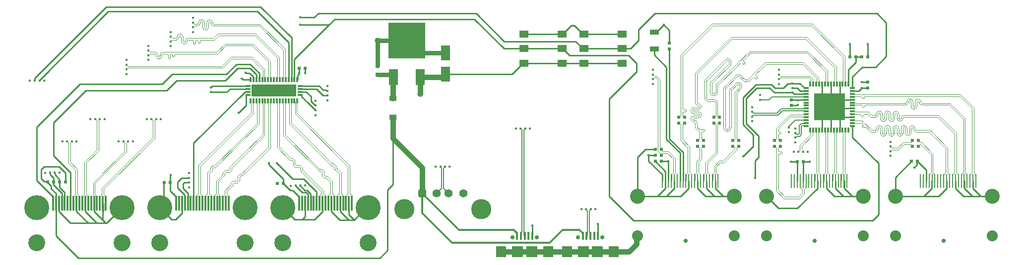
<source format=gtl>
%TF.GenerationSoftware,Altium Limited,Altium Designer,24.10.1 (45)*%
G04 Layer_Physical_Order=1*
G04 Layer_Color=255*
%FSLAX45Y45*%
%MOMM*%
%TF.SameCoordinates,079BFE04-B767-4AA5-AD7D-3EA92BFB1467*%
%TF.FilePolarity,Positive*%
%TF.FileFunction,Copper,L1,Top,Signal*%
%TF.Part,Single*%
G01*
G75*
%TA.AperFunction,Conductor*%
%ADD10C,0.12170*%
%TA.AperFunction,SMDPad,CuDef*%
%ADD11R,1.60000X0.90000*%
%ADD12R,0.50000X0.60000*%
%ADD13R,0.80000X0.80000*%
%ADD14R,0.50000X0.50000*%
%ADD15R,1.60000X2.60000*%
%ADD16R,1.50000X2.80000*%
%ADD17R,6.30000X6.10000*%
%ADD18R,1.22000X0.91000*%
%ADD19R,0.30000X0.90000*%
%ADD20R,0.90000X0.30000*%
%ADD21R,5.30000X4.60000*%
%ADD22R,0.30000X0.85000*%
%ADD23R,0.85000X0.30000*%
%ADD24R,7.65000X2.15000*%
%ADD25R,1.90000X1.90000*%
%ADD26R,1.80000X1.90000*%
%ADD27R,0.40000X1.35000*%
%ADD28R,1.50000X1.20000*%
%ADD29R,0.30000X2.60000*%
%ADD30R,0.28000X2.40000*%
%ADD31R,0.50000X0.50000*%
%ADD32R,0.60000X0.50000*%
%TA.AperFunction,Conductor*%
%ADD33C,0.25400*%
%ADD34C,0.80000*%
%ADD35C,0.90000*%
%ADD36C,0.15540*%
%ADD37C,0.30000*%
%TA.AperFunction,ComponentPad*%
%ADD38C,0.70000*%
%ADD39C,1.42000*%
G04:AMPARAMS|DCode=40|XSize=1.42mm|YSize=1.42mm|CornerRadius=0.355mm|HoleSize=0mm|Usage=FLASHONLY|Rotation=0.000|XOffset=0mm|YOffset=0mm|HoleType=Round|Shape=RoundedRectangle|*
%AMROUNDEDRECTD40*
21,1,1.42000,0.71000,0,0,0.0*
21,1,0.71000,1.42000,0,0,0.0*
1,1,0.71000,0.35500,-0.35500*
1,1,0.71000,-0.35500,-0.35500*
1,1,0.71000,-0.35500,0.35500*
1,1,0.71000,0.35500,0.35500*
%
%ADD40ROUNDEDRECTD40*%
%ADD41C,3.45000*%
%ADD42C,2.88000*%
%ADD43C,4.27500*%
%ADD44C,2.56500*%
%ADD45C,1.87500*%
%TA.AperFunction,ViaPad*%
%ADD46C,0.45000*%
%ADD47C,1.00000*%
D10*
X3341295Y4115030D02*
G03*
X3392569Y4063755I51274J0D01*
G01*
X3341295Y4119003D02*
G03*
X3322510Y4137788I-18785J0D01*
G01*
X3322509D02*
G03*
X3303725Y4119003I0J-18785D01*
G01*
X3252450Y3987555D02*
G03*
X3303725Y4038830I0J51274D01*
G01*
X3201175D02*
G03*
X3252450Y3987555I51274J0D01*
G01*
X3201175Y4121171D02*
G03*
X3182391Y4139955I-18785J0D01*
G01*
X3182390D02*
G03*
X3163606Y4121171I0J-18785D01*
G01*
X3112331Y4063755D02*
G03*
X3163606Y4115030I0J51274D01*
G01*
X3373784D02*
G03*
X3392569Y4096245I18785J0D01*
G01*
X3373784Y4119003D02*
G03*
X3322510Y4170278I-51274J0D01*
G01*
X3322509D02*
G03*
X3271235Y4119003I0J-51274D01*
G01*
X3252450Y4020045D02*
G03*
X3271235Y4038830I0J18785D01*
G01*
X3233665D02*
G03*
X3252450Y4020045I18785J0D01*
G01*
X3233665Y4121171D02*
G03*
X3182391Y4172445I-51274J0D01*
G01*
X3182390D02*
G03*
X3131116Y4121171I0J-51274D01*
G01*
X3112331Y4096245D02*
G03*
X3131116Y4115030I0J18785D01*
G01*
X3176445Y3823755D02*
G03*
X3157660Y3804970I0J-18785D01*
G01*
X3138876Y3760043D02*
G03*
X3157660Y3778828I0J18785D01*
G01*
X3120091D02*
G03*
X3138875Y3760043I18785J0D01*
G01*
X3120091Y3804970D02*
G03*
X3101306Y3823755I-18785J0D01*
G01*
X3101305D02*
G03*
X3082521Y3804970I0J-18785D01*
G01*
X3063736Y3747555D02*
G03*
X3082521Y3766340I0J18785D01*
G01*
X3044951D02*
G03*
X3063736Y3747555I18785J0D01*
G01*
X3044951Y3804970D02*
G03*
X3026166Y3823755I-18785J0D01*
G01*
X2750000Y3856245D02*
G03*
X2768785Y3875030I0J18785D01*
G01*
X2820059Y3926307D02*
G03*
X2768785Y3875032I0J-51274D01*
G01*
X2871334D02*
G03*
X2820060Y3926307I-51274J0D01*
G01*
X2871334Y3802435D02*
G03*
X2890119Y3783650I18785J0D01*
G01*
X2890119D02*
G03*
X2908904Y3802435I0J18785D01*
G01*
X2960178Y3856245D02*
G03*
X2908904Y3804971I0J-51274D01*
G01*
X2750000Y3823755D02*
G03*
X2801275Y3875030I0J51274D01*
G01*
X2820059Y3893817D02*
G03*
X2801275Y3875032I0J-18785D01*
G01*
X2838844D02*
G03*
X2820060Y3893817I-18785J0D01*
G01*
X2838844Y3802435D02*
G03*
X2890119Y3751160I51274J0D01*
G01*
X2890119D02*
G03*
X2941394Y3802435I0J51274D01*
G01*
X2960178Y3823755D02*
G03*
X2941394Y3804971I0J-18785D01*
G01*
X2743935Y3583755D02*
G03*
X2725151Y3564970I0J-18785D01*
G01*
X2706366Y3530043D02*
G03*
X2725151Y3548828I0J18785D01*
G01*
X2687581D02*
G03*
X2706365Y3530043I18785J0D01*
G01*
X2687581Y3564970D02*
G03*
X2668796Y3583755I-18785J0D01*
G01*
X2668796D02*
G03*
X2650011Y3564970I0J-18785D01*
G01*
X2631226Y3497555D02*
G03*
X2650011Y3516340I0J18785D01*
G01*
X2612441D02*
G03*
X2631226Y3497555I18785J0D01*
G01*
X2612441Y3564970D02*
G03*
X2593656Y3583755I-18785J0D01*
G01*
X2438824Y3564971D02*
G03*
X2387550Y3616245I-51274J0D01*
G01*
X2438824Y3551877D02*
G03*
X2457609Y3533092I18785J0D01*
G01*
X2457610D02*
G03*
X2476394Y3551877I0J18785D01*
G01*
X2527669Y3616245D02*
G03*
X2476394Y3564971I0J-51274D01*
G01*
X2406335D02*
G03*
X2387550Y3583755I-18785J0D01*
G01*
X2406335Y3551877D02*
G03*
X2457609Y3500602I51274J0D01*
G01*
X2457610D02*
G03*
X2508884Y3551877I0J51274D01*
G01*
X2527669Y3583755D02*
G03*
X2508884Y3564971I0J-18785D01*
G01*
X11680435Y2295513D02*
G03*
X11693718Y2290011I13283J13283D01*
G01*
X11773697Y2271226D02*
G03*
X11754912Y2290011I-18785J0D01*
G01*
Y2252441D02*
G03*
X11773697Y2271226I0J18785D01*
G01*
X11735030Y2252441D02*
G03*
X11716245Y2233656I0J-18785D01*
G01*
X11642490Y2752629D02*
G03*
X11661275Y2733844I18785J0D01*
G01*
X11712552Y2682569D02*
G03*
X11661277Y2733844I-51274J0D01*
G01*
Y2631295D02*
G03*
X11712552Y2682569I0J51274D01*
G01*
X11585493Y2631295D02*
G03*
X11566708Y2612510I0J-18785D01*
G01*
Y2612510D02*
G03*
X11585493Y2593725I18785J0D01*
G01*
X11718690Y2542450D02*
G03*
X11667415Y2593725I-51274J0D01*
G01*
Y2491176D02*
G03*
X11718690Y2542450I0J51274D01*
G01*
X11585074Y2491176D02*
G03*
X11566290Y2472391I0J-18785D01*
G01*
Y2472391D02*
G03*
X11585074Y2453606I18785J0D01*
G01*
X11642490Y2402331D02*
G03*
X11591215Y2453606I-51274J0D01*
G01*
X11610000Y2752629D02*
G03*
X11661275Y2701354I51274J0D01*
G01*
X11680062Y2682569D02*
G03*
X11661277Y2701354I-18785J0D01*
G01*
Y2663784D02*
G03*
X11680062Y2682569I0J18785D01*
G01*
X11585493Y2663784D02*
G03*
X11534218Y2612510I0J-51274D01*
G01*
Y2612510D02*
G03*
X11585493Y2561235I51274J0D01*
G01*
X11686200Y2542450D02*
G03*
X11667415Y2561235I-18785J0D01*
G01*
Y2523665D02*
G03*
X11686200Y2542450I0J18785D01*
G01*
X11585074Y2523665D02*
G03*
X11533800Y2472391I0J-51274D01*
G01*
Y2472391D02*
G03*
X11585074Y2421116I51274J0D01*
G01*
X11610000Y2402331D02*
G03*
X11591215Y2421116I-18785J0D01*
G01*
X12434001Y3484001D02*
G03*
X12434001Y3457435I13283J-13283D01*
G01*
X12456655Y3408216D02*
G03*
X12456655Y3434782I-13283J13283D01*
G01*
X12430088Y3408215D02*
G03*
X12456655Y3408216I13283J13283D01*
G01*
X12407435Y3430869D02*
G03*
X12380869Y3430869I-13283J-13283D01*
G01*
X12644001Y3234001D02*
G03*
X12644001Y3207435I13283J-13283D01*
G01*
X12666655Y3158215D02*
G03*
X12666655Y3184781I-13283J13283D01*
G01*
X12640089Y3158215D02*
G03*
X12666655Y3158215I13283J13283D01*
G01*
X12617435Y3180869D02*
G03*
X12590869Y3180869I-13283J-13283D01*
G01*
X12000404Y3050402D02*
G03*
X11991245Y3028202I22326J-22200D01*
G01*
X11927271Y2866345D02*
G03*
X11991245Y2930320I0J63974D01*
G01*
X11863296D02*
G03*
X11927270Y2866345I63974J0D01*
G01*
X11881956Y3112901D02*
G03*
X11863296Y3067742I45314J-45159D01*
G01*
X12184644Y3415590D02*
G03*
X12184579Y3415525I11487J-11487D01*
G01*
X12184644Y3415590D02*
G03*
X12140118Y3460116I-22263J22263D01*
G01*
X11809496Y3129495D02*
G03*
X11800326Y3107283I22314J-22212D01*
G01*
Y2834860D02*
G03*
X11831811Y2803375I31485J0D01*
G01*
X11991245Y2739401D02*
G03*
X11927271Y2803375I-63974J0D01*
G01*
X11977415Y3073361D02*
G03*
X11958755Y3028202I45314J-45159D01*
G01*
X11927271Y2898835D02*
G03*
X11958755Y2930320I0J31485D01*
G01*
X11895785D02*
G03*
X11927270Y2898835I31485J0D01*
G01*
X11904956Y3089954D02*
G03*
X11895785Y3067742I22314J-22212D01*
G01*
X12212376Y3397938D02*
G03*
X12117144Y3483090I-49995J39915D01*
G01*
X11786496Y3152442D02*
G03*
X11767836Y3107283I45314J-45159D01*
G01*
Y2834860D02*
G03*
X11831811Y2770885I63974J0D01*
G01*
X11958755Y2739401D02*
G03*
X11927271Y2770885I-31485J0D01*
G01*
X12529210Y3119210D02*
G03*
X12529246Y3119246I-11487J11487D01*
G01*
X12438749Y3119198D02*
G03*
X12529210Y3119210I45225J45249D01*
G01*
X12366479Y3191468D02*
G03*
X12322003Y3191519I-22263J-22263D01*
G01*
X12134496Y3004012D02*
G03*
X12125326Y2981800I22314J-22212D01*
G01*
Y2322030D02*
G03*
X12156811Y2290545I31485J0D01*
G01*
X12156811D02*
G03*
X12188296Y2322030I0J31485D01*
G01*
X12206956Y2987418D02*
G03*
X12188296Y2942259I45314J-45159D01*
G01*
X12389451Y3079440D02*
G03*
X12298978Y3079440I-45237J-45237D01*
G01*
X12389451Y2988966D02*
G03*
X12389452Y3079440I-45236J45237D01*
G01*
X12389386Y2988901D02*
G03*
X12389451Y2988966I-11422J11552D01*
G01*
X12325415Y2924930D02*
G03*
X12316245Y2902719I22314J-22212D01*
G01*
X12461718Y3142175D02*
G03*
X12506273Y3142220I22255J22271D01*
G01*
X12389453Y3214441D02*
G03*
X12299083Y3214545I-45237J-45237D01*
G01*
X12111496Y3026959D02*
G03*
X12092836Y2981800I45314J-45159D01*
G01*
Y2322030D02*
G03*
X12156811Y2258056I63974J0D01*
G01*
X12156811D02*
G03*
X12220785Y2322030I0J63974D01*
G01*
X12229956Y2964471D02*
G03*
X12220785Y2942259I22314J-22212D01*
G01*
X12366478Y3056466D02*
G03*
X12321951Y3056466I-22263J-22263D01*
G01*
X12366562Y3012024D02*
G03*
X12366478Y3056466I-22347J22179D01*
G01*
X12302415Y2947878D02*
G03*
X12283755Y2902719I45314J-45159D01*
G01*
X11391253Y2648796D02*
G03*
X11410038Y2630011I18785J0D01*
G01*
X11461246Y2611226D02*
G03*
X11442461Y2630011I-18785J0D01*
G01*
Y2592441D02*
G03*
X11461246Y2611226I0J18785D01*
G01*
X11410038Y2592441D02*
G03*
X11391253Y2573656I0J-18785D01*
G01*
X14524387Y2329666D02*
G03*
X14497820Y2329666I-13283J-13283D01*
G01*
X14465721Y2324132D02*
G03*
X14492287Y2324132I13283J13283D01*
G01*
X14465721Y2350698D02*
G03*
X14465721Y2324132I13283J-13283D01*
G01*
X14471255Y2356232D02*
G03*
X14471255Y2382798I-13283J13283D01*
G01*
X14498796Y2549320D02*
G03*
X14480011Y2530535I0J-18785D01*
G01*
X14461226Y2503924D02*
G03*
X14480011Y2522709I0J18785D01*
G01*
X14442441D02*
G03*
X14461226Y2503924I18785J0D01*
G01*
X14442441Y2530535D02*
G03*
X14423656Y2549320I-18785J0D01*
G01*
X14518796Y2708755D02*
G03*
X14500011Y2689970I0J-18785D01*
G01*
X14481226Y2665715D02*
G03*
X14500011Y2684499I0J18785D01*
G01*
X14462440D02*
G03*
X14481226Y2665715I18785J0D01*
G01*
X14462440Y2689970D02*
G03*
X14443655Y2708755I-18785J0D01*
G01*
X15331651Y2301275D02*
G03*
X15382925Y2250000I51274J0D01*
G01*
X15331651Y2301277D02*
G03*
X15312868Y2320062I-18785J0D01*
G01*
X15312868D02*
G03*
X15294083Y2301277I0J-18785D01*
G01*
X15242807Y2185079D02*
G03*
X15294083Y2236353I0J51274D01*
G01*
X15191533D02*
G03*
X15242807Y2185079I51274J0D01*
G01*
X15191533Y2307416D02*
G03*
X15172748Y2326200I-18785J0D01*
G01*
X15172748D02*
G03*
X15153963Y2307416I0J-18785D01*
G01*
X15102689Y2173800D02*
G03*
X15153963Y2225075I0J51274D01*
G01*
X15051414D02*
G03*
X15102689Y2173800I51274J0D01*
G01*
X15051414Y2307416D02*
G03*
X15032629Y2326200I-18785J0D01*
G01*
X15032629D02*
G03*
X15013844Y2307416I0J-18785D01*
G01*
X14962569Y2173800D02*
G03*
X15013844Y2225075I0J51274D01*
G01*
X14911295D02*
G03*
X14962569Y2173800I51274J0D01*
G01*
X14911295Y2307416D02*
G03*
X14892509Y2326200I-18785J0D01*
G01*
X14892509D02*
G03*
X14873724Y2307416I0J-18785D01*
G01*
X14822450Y2173800D02*
G03*
X14873724Y2225075I0J51274D01*
G01*
X14771175D02*
G03*
X14822450Y2173800I51274J0D01*
G01*
X14771175Y2307416D02*
G03*
X14752391Y2326200I-18785J0D01*
G01*
X14752390D02*
G03*
X14733606Y2307416I0J-18785D01*
G01*
X14682330Y2250000D02*
G03*
X14733606Y2301275I0J51274D01*
G01*
X15364140D02*
G03*
X15382925Y2282490I18785J0D01*
G01*
X15364140Y2301277D02*
G03*
X15312868Y2352552I-51274J0D01*
G01*
X15312868D02*
G03*
X15261592Y2301277I0J-51274D01*
G01*
X15242807Y2217569D02*
G03*
X15261592Y2236353I0J18785D01*
G01*
X15224022D02*
G03*
X15242807Y2217569I18785J0D01*
G01*
X15224022Y2307416D02*
G03*
X15172748Y2358690I-51274J0D01*
G01*
X15172748D02*
G03*
X15121474Y2307416I0J-51274D01*
G01*
X15102689Y2206290D02*
G03*
X15121474Y2225075I0J18785D01*
G01*
X15083904D02*
G03*
X15102689Y2206290I18785J0D01*
G01*
X15083904Y2307416D02*
G03*
X15032629Y2358690I-51274J0D01*
G01*
X15032629D02*
G03*
X14981354Y2307416I0J-51274D01*
G01*
X14962569Y2206290D02*
G03*
X14981354Y2225075I0J18785D01*
G01*
X14943784D02*
G03*
X14962569Y2206290I18785J0D01*
G01*
X14943784Y2307416D02*
G03*
X14892509Y2358690I-51274J0D01*
G01*
X14892509D02*
G03*
X14841235Y2307416I0J-51274D01*
G01*
X14822450Y2206290D02*
G03*
X14841235Y2225075I0J18785D01*
G01*
X14803665D02*
G03*
X14822450Y2206290I18785J0D01*
G01*
X14803665Y2307416D02*
G03*
X14752391Y2358690I-51274J0D01*
G01*
X14752390D02*
G03*
X14701115Y2307416I0J-51274D01*
G01*
X14682330Y2282490D02*
G03*
X14701115Y2301275I0J18785D01*
G01*
X15172748Y2500000D02*
G03*
X15153963Y2481215I0J-18785D01*
G01*
X15102689Y2429938D02*
G03*
X15153963Y2481213I0J51274D01*
G01*
X15051414D02*
G03*
X15102689Y2429938I51274J0D01*
G01*
X15051414Y2550343D02*
G03*
X15032629Y2569128I-18785J0D01*
G01*
X15032629D02*
G03*
X15013844Y2550343I0J-18785D01*
G01*
X14962569Y2423800D02*
G03*
X15013844Y2475075I0J51274D01*
G01*
X14911295D02*
G03*
X14962569Y2423800I51274J0D01*
G01*
X14911295Y2557416D02*
G03*
X14892509Y2576200I-18785J0D01*
G01*
X14892509D02*
G03*
X14873724Y2557416I0J-18785D01*
G01*
X14822450Y2423800D02*
G03*
X14873724Y2475075I0J51274D01*
G01*
X14771175D02*
G03*
X14822450Y2423800I51274J0D01*
G01*
X14771175Y2557416D02*
G03*
X14752391Y2576200I-18785J0D01*
G01*
X14752390D02*
G03*
X14733606Y2557416I0J-18785D01*
G01*
X14682330Y2500000D02*
G03*
X14733606Y2551275I0J51274D01*
G01*
X15172748Y2532490D02*
G03*
X15121474Y2481215I0J-51274D01*
G01*
X15102689Y2462428D02*
G03*
X15121474Y2481213I0J18785D01*
G01*
X15083904D02*
G03*
X15102689Y2462428I18785J0D01*
G01*
X15083904Y2550343D02*
G03*
X15032629Y2601617I-51274J0D01*
G01*
X15032629D02*
G03*
X14981354Y2550343I0J-51274D01*
G01*
X14962569Y2456290D02*
G03*
X14981354Y2475075I0J18785D01*
G01*
X14943784D02*
G03*
X14962569Y2456290I18785J0D01*
G01*
X14943784Y2557416D02*
G03*
X14892509Y2608690I-51274J0D01*
G01*
X14892509D02*
G03*
X14841235Y2557416I0J-51274D01*
G01*
X14822450Y2456290D02*
G03*
X14841235Y2475075I0J18785D01*
G01*
X14803665D02*
G03*
X14822450Y2456290I18785J0D01*
G01*
X14803665Y2557416D02*
G03*
X14752391Y2608690I-51274J0D01*
G01*
X14752390D02*
G03*
X14701115Y2557416I0J-51274D01*
G01*
X14682330Y2532490D02*
G03*
X14701115Y2551275I0J18785D01*
G01*
X15431294Y2760029D02*
G03*
X15482568Y2708755I51274J0D01*
G01*
X15431294Y2760032D02*
G03*
X15412511Y2778817I-18785J0D01*
G01*
X15412511D02*
G03*
X15393726Y2760032I0J-18785D01*
G01*
X15342450Y2635439D02*
G03*
X15393726Y2686713I0J51274D01*
G01*
X15291176D02*
G03*
X15342450Y2635439I51274J0D01*
G01*
X15291176Y2766170D02*
G03*
X15272391Y2784955I-18785J0D01*
G01*
X15272391D02*
G03*
X15253606Y2766170I0J-18785D01*
G01*
X15202332Y2708755D02*
G03*
X15253606Y2760029I0J51274D01*
G01*
X15463783D02*
G03*
X15482568Y2741244I18785J0D01*
G01*
X15463783Y2760032D02*
G03*
X15412511Y2811306I-51274J0D01*
G01*
X15412511D02*
G03*
X15361235Y2760032I0J-51274D01*
G01*
X15342450Y2667929D02*
G03*
X15361235Y2686713I0J18785D01*
G01*
X15323665D02*
G03*
X15342450Y2667929I18785J0D01*
G01*
X15323665Y2766170D02*
G03*
X15272391Y2817445I-51274J0D01*
G01*
X15272391D02*
G03*
X15221117Y2766170I0J-51274D01*
G01*
X15202332Y2741244D02*
G03*
X15221117Y2760029I0J18785D01*
G01*
X14508797Y2858755D02*
G03*
X14490012Y2839970I0J-18785D01*
G01*
X14471227Y2816162D02*
G03*
X14490012Y2834947I0J18785D01*
G01*
X14452441D02*
G03*
X14471227Y2816162I18785J0D01*
G01*
X14452441Y2839970D02*
G03*
X14433656Y2858755I-18785J0D01*
G01*
X13026234Y2268796D02*
G03*
X13045020Y2250011I18785J0D01*
G01*
X13070454Y2231226D02*
G03*
X13051671Y2250011I-18785J0D01*
G01*
Y2212441D02*
G03*
X13070454Y2231226I0J18785D01*
G01*
X13045020Y2212441D02*
G03*
X13026234Y2193656I0J-18785D01*
G01*
Y1928796D02*
G03*
X13045020Y1910011I18785J0D01*
G01*
X13093588Y1891226D02*
G03*
X13074803Y1910011I-18785J0D01*
G01*
Y1872441D02*
G03*
X13093588Y1891226I0J18785D01*
G01*
X13045020Y1872441D02*
G03*
X13026234Y1853656I0J-18785D01*
G01*
X4865616Y1594384D02*
X4895000Y1565000D01*
X4865616Y1594384D02*
Y1626770D01*
X4847656Y1644730D02*
X4865616Y1626770D01*
X4782885Y1644730D02*
X4847656D01*
X4745893Y1681722D02*
X4782885Y1644730D01*
X4745893Y1681722D02*
Y1746493D01*
X4727933Y1764453D02*
X4745893Y1746493D01*
X4695547Y1764453D02*
X4727933D01*
X4675000Y1785000D02*
X4695547Y1764452D01*
X4917973Y1587974D02*
X4917974Y1587974D01*
X4898105Y1607842D02*
X4917973Y1587974D01*
X4898105Y1607842D02*
Y1640227D01*
X4861113Y1677219D02*
X4898105Y1640227D01*
X4796342Y1677219D02*
X4861113D01*
X4778382Y1695179D02*
X4796342Y1677219D01*
X4778382Y1695179D02*
Y1759950D01*
X4741390Y1796942D02*
X4778382Y1759950D01*
X4709005Y1796942D02*
X4741390D01*
X4697973Y1807974D02*
X4709005Y1796942D01*
X4697973Y1807974D02*
X4697974Y1807974D01*
X4895000Y1565000D02*
X5233755Y1226245D01*
X4478755Y1981245D02*
X4675000Y1785000D01*
X4917974Y1587974D02*
X5266245Y1239702D01*
X4511245Y1994703D02*
X4697974Y1807974D01*
X5310271Y1459729D02*
X5345000Y1425000D01*
X5277886Y1459729D02*
X5310271D01*
X5240893Y1496722D02*
X5277886Y1459729D01*
X5240893Y1496722D02*
Y1561492D01*
X5222933Y1579452D02*
X5240893Y1561492D01*
X5190548Y1579452D02*
X5222933D01*
X5170000Y1600000D02*
X5190548Y1579452D01*
X5367974Y1447973D02*
X5367974Y1447974D01*
X5323728Y1492219D02*
X5367974Y1447973D01*
X5291343Y1492219D02*
X5323728D01*
X5273383Y1510179D02*
X5291343Y1492219D01*
X5273383Y1510179D02*
Y1574949D01*
X5236390Y1611942D02*
X5273383Y1574949D01*
X5204005Y1611942D02*
X5236390D01*
X5192974Y1622973D02*
X5204005Y1611942D01*
X5192974Y1622973D02*
X5192974Y1622974D01*
X5345000Y1425000D02*
X5383755Y1386245D01*
X4578755Y2191245D02*
X5170000Y1600000D01*
X5367974Y1447974D02*
X5416245Y1399703D01*
X4611245Y2204702D02*
X5192974Y1622974D01*
X5445893Y1624107D02*
X5485000Y1585000D01*
X5445893Y1624107D02*
Y1656492D01*
X5427933Y1674453D02*
X5445893Y1656492D01*
X5395548Y1674453D02*
X5427933D01*
X5375000Y1695000D02*
X5395548Y1674452D01*
X5507973Y1607974D02*
X5507974Y1607974D01*
X5478382Y1637565D02*
X5507973Y1607974D01*
X5478382Y1637565D02*
Y1669950D01*
X5441390Y1706942D02*
X5478382Y1669950D01*
X5409005Y1706942D02*
X5441390D01*
X5397973Y1717973D02*
X5409005Y1706942D01*
X5397973Y1717973D02*
X5397974Y1717974D01*
X5485000Y1585000D02*
X5533755Y1536245D01*
X4678755Y2391245D02*
X5375000Y1695000D01*
X5507974Y1607974D02*
X5566245Y1549703D01*
X4711245Y2404703D02*
X5397974Y1717974D01*
X3883591Y1497644D02*
X3962973Y1577026D01*
X3851206Y1497644D02*
X3883591D01*
X3833245Y1479683D02*
X3851206Y1497644D01*
X3833245Y1414912D02*
Y1479683D01*
X3796253Y1377920D02*
X3833245Y1414912D01*
X3731481Y1377920D02*
X3796253D01*
X3713521Y1359959D02*
X3731481Y1377920D01*
X3713521Y1327573D02*
Y1359959D01*
X3692973Y1307026D02*
X3713521Y1327573D01*
X3939999Y1600000D02*
X3940000Y1599999D01*
X3870134Y1530134D02*
X3940000Y1599999D01*
X3837748Y1530134D02*
X3870134D01*
X3800756Y1493141D02*
X3837748Y1530134D01*
X3800756Y1428370D02*
Y1493141D01*
X3782795Y1410409D02*
X3800756Y1428370D01*
X3718024Y1410409D02*
X3782795D01*
X3681031Y1373416D02*
X3718024Y1410409D01*
X3681031Y1341031D02*
Y1373416D01*
X3670000Y1329999D02*
X3681031Y1341031D01*
X3670000Y1330000D02*
X3670000Y1329999D01*
X3962973Y1577026D02*
X4361245Y1975298D01*
X3616245Y1230298D02*
X3692973Y1307026D01*
X3939999Y1600000D02*
X4328755Y1988755D01*
X3583755Y1243755D02*
X3670000Y1330000D01*
X3700272Y1630272D02*
X3919999Y1849999D01*
X3700272Y1597886D02*
Y1630272D01*
X3663279Y1560894D02*
X3700272Y1597886D01*
X3598508Y1560894D02*
X3663279D01*
X3580547Y1542933D02*
X3598508Y1560894D01*
X3580547Y1510547D02*
Y1542933D01*
X3560000Y1490000D02*
X3580547Y1510547D01*
X3897025Y1872973D02*
X3897025Y1872973D01*
X3667782Y1643729D02*
X3897025Y1872973D01*
X3667782Y1611344D02*
Y1643729D01*
X3649822Y1593383D02*
X3667782Y1611344D01*
X3585050Y1593383D02*
X3649822D01*
X3548058Y1556390D02*
X3585050Y1593383D01*
X3548058Y1524005D02*
Y1556390D01*
X3537026Y1512973D02*
X3548058Y1524005D01*
X3537026Y1512974D02*
X3537026Y1512973D01*
X3919999Y1849999D02*
X4261245Y2191245D01*
X3466245Y1396245D02*
X3560000Y1490000D01*
X3897025Y1872973D02*
X4228755Y2204702D01*
X3433755Y1409703D02*
X3537026Y1512974D01*
X3433755Y1286248D02*
Y1409703D01*
X3466245Y1192114D02*
Y1299705D01*
X3466245Y1299706D02*
X3466245Y1299705D01*
X3466245Y1299706D02*
Y1396245D01*
X3433755Y1286248D02*
X3433755Y1286248D01*
Y1192114D02*
Y1286248D01*
X3415893Y1635893D02*
X3830000Y2050000D01*
X3383508Y1635893D02*
X3415893D01*
X3365547Y1617933D02*
X3383508Y1635893D01*
X3365547Y1585547D02*
Y1617933D01*
X3345000Y1565000D02*
X3365547Y1585547D01*
X3807026Y2072974D02*
X3807026Y2072973D01*
X3402436Y1668383D02*
X3807026Y2072973D01*
X3370050Y1668383D02*
X3402436D01*
X3333058Y1631390D02*
X3370050Y1668383D01*
X3333058Y1599005D02*
Y1631390D01*
X3322026Y1587973D02*
X3333058Y1599005D01*
X3322026Y1587973D02*
X3322026Y1587973D01*
X3830000Y2050000D02*
X4161245Y2381245D01*
X3316245Y1536245D02*
X3345000Y1565000D01*
X3807026Y2072974D02*
X4128755Y2394703D01*
X3283755Y1549703D02*
X3322026Y1587973D01*
X3500000Y4096245D02*
X3936878D01*
X4183755D01*
X3455036D02*
X3500000D01*
X4183755D02*
X4611245Y3668755D01*
X3455036Y4063755D02*
X4170297D01*
X3392569D02*
X3455036D01*
X3341295Y4115030D02*
Y4119003D01*
X3322509Y4137788D02*
X3322510D01*
X3303725Y4038830D02*
Y4119003D01*
X3252450Y3987555D02*
X3252450D01*
X3201175Y4038830D02*
Y4121171D01*
X3182390Y4139955D02*
X3182391D01*
X3163606Y4115030D02*
Y4121171D01*
X3090000Y4063755D02*
X3112331D01*
X3455036Y4096245D02*
Y4096245D01*
X3392569Y4096245D02*
X3455036D01*
X3373784Y4115030D02*
Y4119003D01*
X3322509Y4170278D02*
X3322510D01*
X3271235Y4038830D02*
Y4119003D01*
X3252450Y4020045D02*
X3252450D01*
X3233665Y4038830D02*
Y4121171D01*
X3182390Y4172445D02*
X3182391D01*
X3131116Y4115030D02*
Y4121171D01*
X3090000Y4096245D02*
X3112331D01*
X3090000D02*
Y4096245D01*
X3063755Y4063755D02*
X3090000D01*
X3063755Y4096245D02*
X3090000D01*
X3176445Y3823755D02*
X3240000D01*
X3157660Y3778828D02*
Y3804970D01*
X3138875Y3760043D02*
X3138876D01*
X3120091Y3778828D02*
Y3804970D01*
X3101305Y3823755D02*
X3101306D01*
X3082521Y3766340D02*
Y3804970D01*
X3063736Y3747555D02*
X3063736D01*
X3044951Y3766340D02*
Y3804970D01*
X2982510Y3823755D02*
X3026166D01*
X3240000D02*
X3398755D01*
X2982510Y3856245D02*
X3385298D01*
X2692114D02*
X2750000D01*
X2768785Y3875030D02*
Y3875032D01*
X2820059Y3926307D02*
X2820060D01*
X2871334Y3802435D02*
Y3875032D01*
X2890119Y3783650D02*
X2890119D01*
X2908904Y3802435D02*
Y3804971D01*
X2960178Y3856245D02*
X2982510D01*
X2692114Y3823755D02*
Y3823755D01*
X2750000D01*
X2801275Y3875030D02*
Y3875032D01*
X2820059Y3893817D02*
X2820060D01*
X2838844Y3802435D02*
Y3875032D01*
X2890119Y3751160D02*
X2890119D01*
X2941394Y3802435D02*
Y3804971D01*
X2960178Y3823755D02*
X2982510D01*
Y3823755D02*
Y3823755D01*
X2683755Y3856245D02*
X2692114D01*
X2683755Y3823755D02*
X2692114D01*
X2800000Y3583755D02*
X3458755D01*
X2743935D02*
X2800000D01*
X2725151Y3548828D02*
Y3564970D01*
X2706365Y3530043D02*
X2706366D01*
X2687581Y3548828D02*
Y3564970D01*
X2668796Y3583755D02*
X2668796D01*
X2650011Y3516340D02*
Y3564970D01*
X2631226Y3497555D02*
X2631226D01*
X2612441Y3516340D02*
Y3564970D01*
X2550000Y3583755D02*
X2593656D01*
X2303755Y3616245D02*
X2328581D01*
X2303755Y3583755D02*
X2328581D01*
Y3616245D02*
X2387550D01*
X2438824Y3551877D02*
Y3564971D01*
X2457609Y3533092D02*
X2457610D01*
X2476394Y3551877D02*
Y3564971D01*
X2527669Y3616245D02*
X2550000D01*
X2328581Y3583755D02*
Y3583755D01*
X2387550D01*
X2406335Y3551877D02*
Y3564971D01*
X2457609Y3500602D02*
X2457610D01*
X2508884Y3551877D02*
Y3564971D01*
X2527669Y3583755D02*
X2550000D01*
Y3583755D02*
Y3583755D01*
Y3616245D02*
X3445297D01*
X11716245Y2160000D02*
Y2190000D01*
X11642490Y2333458D02*
Y2380000D01*
Y2333458D02*
X11680435Y2295513D01*
X11693718Y2290011D02*
X11754912D01*
X11773697Y2271226D02*
Y2271226D01*
X11735030Y2252441D02*
X11754912D01*
X11716245Y2190000D02*
Y2233656D01*
X11642490Y2752629D02*
Y3100000D01*
X11661275Y2733844D02*
X11661277D01*
X11712552Y2682569D02*
Y2682569D01*
X11585493Y2631295D02*
X11661277D01*
X11566708Y2612510D02*
Y2612510D01*
X11585493Y2593725D02*
X11667415D01*
X11718690Y2542450D02*
Y2542450D01*
X11585074Y2491176D02*
X11667415D01*
X11566290Y2472391D02*
Y2472391D01*
X11585074Y2453606D02*
X11591215D01*
X11642490Y2380000D02*
Y2402331D01*
X11610000Y3100000D02*
X11610000D01*
Y2752629D02*
Y3100000D01*
X11661275Y2701354D02*
X11661277D01*
X11680062Y2682569D02*
Y2682569D01*
X11585493Y2663784D02*
X11661277D01*
X11534218Y2612510D02*
Y2612510D01*
X11585493Y2561235D02*
X11667415D01*
X11686200Y2542450D02*
Y2542450D01*
X11585074Y2523665D02*
X11667415D01*
X11533800Y2472391D02*
Y2472391D01*
X11585074Y2421116D02*
X11591215D01*
X11610000Y2380000D02*
Y2402331D01*
X11610000Y2380000D02*
X11610000D01*
X11642490Y3100000D02*
Y3242490D01*
X11610000Y3100000D02*
Y3255948D01*
Y2320000D02*
Y2380000D01*
X11642490Y3242490D02*
X12237510Y3837510D01*
X11610000Y3255948D02*
X12224052Y3870000D01*
X11610000Y2320000D02*
X11683755Y2246245D01*
Y2160000D02*
Y2246245D01*
X12547510Y3597510D02*
X13517490D01*
X12434001Y3484001D02*
X12510000Y3560000D01*
X12434001Y3457435D02*
X12456654Y3434781D01*
X12407435Y3430869D02*
X12430088Y3408215D01*
X12407435Y3430869D02*
X12407435Y3430869D01*
X12350000Y3400000D02*
X12380869Y3430869D01*
X12510000Y3560000D02*
X12547510Y3597510D01*
X12345000Y3395000D02*
X12350000Y3400000D01*
X12725000Y3315000D02*
X12817509Y3407510D01*
X12644001Y3234001D02*
X12725000Y3315000D01*
X12644001Y3207435D02*
X12666655Y3184781D01*
X12617435Y3180869D02*
X12640089Y3158215D01*
X12617435Y3180869D02*
X12617435Y3180869D01*
X12560000Y3150000D02*
X12590869Y3180869D01*
X12545000Y3135000D02*
X12560000Y3150000D01*
X12322026Y3417973D02*
X12534053Y3630000D01*
X12333968Y3383968D02*
X12345000Y3395000D01*
X12333968Y3383968D02*
Y3383968D01*
X12000404Y3050402D02*
X12333968Y3383968D01*
X11991245Y2930320D02*
Y3028202D01*
X11927270Y2866345D02*
X11927271D01*
X11863296Y2930320D02*
Y3067742D01*
X11881956Y3112901D02*
X12184579Y3415525D01*
X11809496Y3129495D02*
X12140118Y3460116D01*
X11800326Y2834860D02*
Y3107283D01*
X11831811Y2803375D02*
X11927271D01*
X11991245Y2717071D02*
Y2739401D01*
X12322026Y3417973D02*
X12322026Y3417973D01*
X12281981Y3377928D02*
X12322026Y3417973D01*
X11977415Y3073361D02*
X12281981Y3377928D01*
X11958755Y2930320D02*
Y3028202D01*
X11927270Y2898835D02*
X11927271D01*
X11895785Y2930320D02*
Y3067742D01*
X11904956Y3089954D02*
X12212376Y3397374D01*
Y3397938D01*
X11786496Y3152442D02*
X12117144Y3483090D01*
X11767836Y2834860D02*
Y3107283D01*
X11831811Y2770885D02*
X11927271D01*
X11958755Y2717071D02*
Y2739401D01*
X11958755Y2717071D02*
X11958755D01*
X11991245Y2526044D02*
Y2717071D01*
X12534053Y3630000D02*
X13530948D01*
X13441762Y3407510D02*
X13683755Y3165518D01*
X13455220Y3440000D02*
X13716245Y3178975D01*
X12529246Y3119246D02*
X12545000Y3135000D01*
X12366479Y3191468D02*
X12438748Y3119197D01*
X12134496Y3004012D02*
X12322003Y3191519D01*
X12125326Y2322030D02*
Y2981800D01*
X12156811Y2290545D02*
X12156811D01*
X12188296Y2322030D02*
Y2942259D01*
X12206956Y2987418D02*
X12298978Y3079440D01*
X12389451Y3079440D02*
X12389451Y3079440D01*
X12389451Y3079440D02*
X12389451Y3079439D01*
X12389451Y3079440D01*
X12325415Y2924930D02*
X12389386Y2988901D01*
X12316245Y2177071D02*
Y2902719D01*
X12522026Y3157973D02*
X12522026Y3157973D01*
X12506273Y3142220D02*
X12522026Y3157973D01*
X12461718Y3142175D02*
X12461718Y3142175D01*
X12389452Y3214441D02*
X12461718Y3142175D01*
X12111496Y3026959D02*
X12299083Y3214545D01*
X12092836Y2322030D02*
Y2981800D01*
X12156811Y2258056D02*
X12156811D01*
X12220785Y2322030D02*
Y2942259D01*
X12229956Y2964471D02*
X12321951Y3056466D01*
X12366477Y3056466D02*
X12366478Y3056466D01*
X12366477Y3056466D02*
X12366478Y3056466D01*
X12366478Y3056466D01*
X12302415Y2947878D02*
X12366562Y3012024D01*
X12283755Y2177071D02*
Y2902719D01*
X12283755Y2177071D02*
X12283755D01*
X12522026Y3157973D02*
X12804053Y3440000D01*
X12817509Y3407510D02*
X13441762D01*
X12804053Y3440000D02*
X13455220D01*
X12316245Y2126044D02*
Y2177071D01*
X12283755Y2126044D02*
Y2177071D01*
X11958755Y2526044D02*
Y2717071D01*
X11683755Y2126044D02*
Y2160000D01*
X11716245Y2126044D02*
Y2160000D01*
X11391253Y2760000D02*
Y3551253D01*
Y2648796D02*
Y2760000D01*
X11410038Y2630011D02*
X11442461D01*
X11461246Y2611226D02*
Y2611226D01*
X11410038Y2592441D02*
X11442461D01*
X11391253Y2530000D02*
Y2573656D01*
Y2526044D02*
Y2530000D01*
X14562025Y2292026D02*
X14604053Y2250000D01*
X14524387Y2329666D02*
X14562025Y2292026D01*
X14524387Y2329666D02*
X14524387Y2329666D01*
X14492287Y2324132D02*
X14497820Y2329666D01*
X14465721Y2350698D02*
X14471255Y2356232D01*
X14471254Y2382798D02*
X14471255Y2382798D01*
X14454732Y2399320D02*
X14471255Y2382798D01*
X14439320Y2399320D02*
X14454732D01*
X14295679D02*
X14439320D01*
X14554732Y2549320D02*
X14604053Y2500000D01*
X14498796Y2549320D02*
X14539999D01*
X14480011Y2522709D02*
Y2530535D01*
X14461226Y2503924D02*
X14461226D01*
X14442441Y2522709D02*
Y2530535D01*
X14380000Y2549320D02*
X14423656D01*
X14539999D02*
X14554732D01*
X14295679D02*
X14380000D01*
X14604053Y2500000D02*
X14660001D01*
X14600000Y2708755D02*
X15180000D01*
X14518796D02*
X14600000D01*
X14500011Y2684499D02*
Y2689970D01*
X14481226Y2665715D02*
X14481226D01*
X14462440Y2684499D02*
Y2689970D01*
X14400000Y2708755D02*
X14443655D01*
X14303754D02*
X14400000D01*
X15600000Y2250000D02*
X15650000Y2200000D01*
X15382925Y2250000D02*
X15600000D01*
X15331651Y2301275D02*
Y2301277D01*
X15312868Y2320062D02*
X15312868D01*
X15294083Y2236353D02*
Y2301277D01*
X15242807Y2185079D02*
X15242807D01*
X15191533Y2236353D02*
Y2307416D01*
X15172748Y2326200D02*
X15172748D01*
X15153963Y2225075D02*
Y2307416D01*
X15102689Y2173800D02*
X15102689D01*
X15051414Y2225075D02*
Y2307416D01*
X15032629Y2326200D02*
X15032629D01*
X15013844Y2225075D02*
Y2307416D01*
X14962569Y2173800D02*
X14962569D01*
X14911295Y2225075D02*
Y2307416D01*
X14892509Y2326200D02*
X14892509D01*
X14873724Y2225075D02*
Y2307416D01*
X14822450Y2173800D02*
X14822450D01*
X14771175Y2225075D02*
Y2307416D01*
X14752390Y2326200D02*
X14752391D01*
X14733606Y2301275D02*
Y2307416D01*
X14660001Y2250000D02*
X14682330D01*
X15650000Y2245948D02*
X15650000Y2245948D01*
X15613457Y2282490D02*
X15650000Y2245948D01*
X15382925Y2282490D02*
X15613457D01*
X15364140Y2301275D02*
Y2301277D01*
X15312868Y2352552D02*
X15312868D01*
X15261592Y2236353D02*
Y2301277D01*
X15242807Y2217569D02*
X15242807D01*
X15224022Y2236353D02*
Y2307416D01*
X15172748Y2358690D02*
X15172748D01*
X15121474Y2225075D02*
Y2307416D01*
X15102689Y2206290D02*
X15102689D01*
X15083904Y2225075D02*
Y2307416D01*
X15032629Y2358690D02*
X15032629D01*
X14981354Y2225075D02*
Y2307416D01*
X14962569Y2206290D02*
X14962569D01*
X14943784Y2225075D02*
Y2307416D01*
X14892509Y2358690D02*
X14892509D01*
X14841235Y2225075D02*
Y2307416D01*
X14822450Y2206290D02*
X14822450D01*
X14803665Y2225075D02*
Y2307416D01*
X14752390Y2358690D02*
X14752391D01*
X14701115Y2301275D02*
Y2307416D01*
X14660001Y2282490D02*
X14682330D01*
X14660001D02*
Y2282490D01*
X15172748Y2500000D02*
X15560001D01*
X15153963Y2481213D02*
Y2481215D01*
X15102689Y2429938D02*
X15102689D01*
X15051414Y2481213D02*
Y2550343D01*
X15032629Y2569128D02*
X15032629D01*
X15013844Y2475075D02*
Y2550343D01*
X14962569Y2423800D02*
X14962569D01*
X14911295Y2475075D02*
Y2557416D01*
X14892509Y2576200D02*
X14892509D01*
X14873724Y2475075D02*
Y2557416D01*
X14822450Y2423800D02*
X14822450D01*
X14771175Y2475075D02*
Y2557416D01*
X14752390Y2576200D02*
X14752391D01*
X14733606Y2551275D02*
Y2557416D01*
X14660001Y2500000D02*
X14682330D01*
X15560001Y2532490D02*
Y2532490D01*
X15172748Y2532490D02*
X15560001D01*
X15121474Y2481213D02*
Y2481215D01*
X15102689Y2462428D02*
X15102689D01*
X15083904Y2481213D02*
Y2550343D01*
X15032629Y2601617D02*
X15032629D01*
X14981354Y2475075D02*
Y2550343D01*
X14962569Y2456290D02*
X14962569D01*
X14943784Y2475075D02*
Y2557416D01*
X14892509Y2608690D02*
X14892509D01*
X14841235Y2475075D02*
Y2557416D01*
X14822450Y2456290D02*
X14822450D01*
X14803665Y2475075D02*
Y2557416D01*
X14752390Y2608690D02*
X14752391D01*
X14701115Y2551275D02*
Y2557416D01*
X14660001Y2532490D02*
X14682330D01*
X14660001D02*
Y2532490D01*
X15482568Y2708755D02*
X15870000D01*
X15431294Y2760029D02*
Y2760032D01*
X15412511Y2778817D02*
X15412511D01*
X15393726Y2686713D02*
Y2760032D01*
X15342450Y2635439D02*
X15342450D01*
X15291176Y2686713D02*
Y2766170D01*
X15272391Y2784955D02*
X15272391D01*
X15253606Y2760029D02*
Y2766170D01*
X15180000Y2708755D02*
X15202332D01*
X15870000Y2741244D02*
Y2741245D01*
X15482568Y2741244D02*
X15870000D01*
X15463783Y2760029D02*
Y2760032D01*
X15412511Y2811306D02*
X15412511D01*
X15361235Y2686713D02*
Y2760032D01*
X15342450Y2667929D02*
X15342450D01*
X15323665Y2686713D02*
Y2766170D01*
X15272391Y2817445D02*
X15272391D01*
X15221117Y2760029D02*
Y2766170D01*
X15180000Y2741244D02*
X15202332D01*
X15180000D02*
Y2741245D01*
X14830000Y2858755D02*
X16125000D01*
X14508797D02*
X14830000D01*
X14490012Y2834947D02*
Y2839970D01*
X14471227Y2816162D02*
X14471227D01*
X14452441Y2834947D02*
Y2839970D01*
X14389999Y2858755D02*
X14433656D01*
X14303755D02*
X14389999D01*
X15870000Y2708755D02*
X15941245D01*
X15870000Y2741245D02*
X15954703D01*
X14303755D02*
X15180000D01*
X15560001Y2500000D02*
X15750000D01*
X15560001Y2532490D02*
X15763458D01*
X14617509D02*
X14660001D01*
X15650000Y2200000D02*
X15883755Y1966245D01*
X14604053Y2250000D02*
X14660001D01*
X15650000Y2245948D02*
X15916245Y1979703D01*
X14617509Y2282490D02*
X14660001D01*
X13026234Y2126049D02*
Y2150000D01*
X13045000Y2320000D02*
X13233755Y2508755D01*
X13026234Y2301235D02*
X13045000Y2320000D01*
X13026234Y2268796D02*
Y2301235D01*
X13045020Y2250011D02*
X13051671D01*
X13070454Y2231226D02*
Y2231226D01*
X13045020Y2212441D02*
X13051671D01*
X13026234Y2150000D02*
Y2193656D01*
X10973584Y2463927D02*
Y3142762D01*
X13026234Y1253765D02*
Y1810000D01*
Y1973960D02*
X13032274Y1980000D01*
X13026234Y1928796D02*
Y1973960D01*
X13045020Y1910011D02*
X13074803D01*
X13093588Y1891226D02*
Y1891226D01*
X13045020Y1872441D02*
X13074803D01*
X13026234Y1810000D02*
Y1853656D01*
X13032274Y1980000D02*
X13033363Y1981090D01*
X13026234Y1253765D02*
X13139999Y1140000D01*
X4511245Y1994703D02*
Y2771245D01*
X4478755Y1981245D02*
Y2771245D01*
X5266245Y1192114D02*
Y1239702D01*
X5233755Y1192114D02*
Y1226245D01*
X4611245Y3148755D02*
Y3668755D01*
X4170297Y4063755D02*
X4578755Y3655297D01*
Y3148755D02*
Y3655297D01*
X4478755Y3148755D02*
Y3515298D01*
X4107510Y3932490D02*
X4511245Y3528755D01*
X4094053Y3900000D02*
X4478755Y3515298D01*
X4511245Y3148755D02*
Y3528755D01*
X12993745Y1240308D02*
X13126543Y1107510D01*
X12993745Y1240308D02*
Y1973960D01*
X13370000Y1909999D02*
X13393755Y1933755D01*
Y2016245D01*
X13583755Y2206244D02*
Y2271245D01*
X13426245Y1933755D02*
Y2002787D01*
Y1933755D02*
X13450000Y1909999D01*
X13426245Y2002787D02*
X13616245Y2192787D01*
X13575000Y2280000D02*
X13583755Y2271245D01*
X13393755Y2016245D02*
X13583755Y2206244D01*
X13616245Y2192787D02*
Y2271245D01*
X13625000Y2280000D01*
X15296085Y2018915D02*
Y2026620D01*
Y2018915D02*
X15314999Y2000000D01*
X15169708Y2033749D02*
X15288956D01*
X15296085Y2026620D01*
X15288951Y2066239D02*
X15296080Y2073368D01*
X15156250Y2066239D02*
X15288951D01*
X14939999Y1920000D02*
X14963754Y1943755D01*
X14939999Y2000000D02*
X14963754Y1976245D01*
X15066257D01*
X15156250Y2066239D01*
X15296080Y2081075D02*
X15314995Y2099990D01*
X15296080Y2073368D02*
Y2081075D01*
X14963754Y1943755D02*
X15079713D01*
X15169708Y2033749D01*
X13063754Y3206245D02*
X13574521D01*
X13039999Y3230000D02*
X13063754Y3206245D01*
X13039999Y3150000D02*
X13063754Y3173755D01*
X13574521Y3206245D02*
X13616245Y3164521D01*
X13063754Y3173755D02*
X13561064D01*
X10890000Y3230000D02*
X10913755Y3206245D01*
X10956049D01*
X11006074Y3156220D01*
Y1981044D02*
Y3156220D01*
X10890000Y3150000D02*
X10913755Y3173755D01*
X10942591D01*
X10973584Y3142762D01*
Y1919096D02*
Y2450469D01*
X11027499Y1950000D02*
X11046414Y1931085D01*
X11008584Y1968915D02*
X11027499Y1950000D01*
X13616245Y3078755D02*
X13625000Y3070000D01*
X13575000D02*
X13583755Y3078755D01*
X13616245Y3078755D02*
Y3164521D01*
X13583755Y3078755D02*
Y3151064D01*
X13561064Y3173755D02*
X13583755Y3151064D01*
X14303914Y2591085D02*
X14558916D01*
X14617509Y2532490D01*
X14295000Y2600000D02*
X14303914Y2591085D01*
X16033755Y1555573D02*
Y2216245D01*
X14295000Y2550000D02*
X14295679Y2549320D01*
X15750000Y2500000D02*
X16033755Y2216245D01*
X15763458Y2532490D02*
X16066245Y2229703D01*
Y1555573D02*
Y2229703D01*
X14472665Y2427335D02*
Y2427335D01*
Y2427335D02*
X14617509Y2282490D01*
X14303914Y2441085D02*
X14458916D01*
X14472665Y2427335D01*
X14295000Y2450000D02*
X14303914Y2441085D01*
X14295000Y2400000D02*
X14295679Y2399320D01*
X15916245Y1555573D02*
Y1979703D01*
X15883755Y1555573D02*
Y1966245D01*
X14303755Y2891245D02*
X16138458D01*
X16366245Y2663458D01*
X14295000Y2900000D02*
X14303755Y2891245D01*
X16366245Y2096755D02*
Y2663458D01*
X14295000Y2850000D02*
X14303755Y2858755D01*
X16125000D02*
X16333754Y2650000D01*
Y2083298D02*
Y2650000D01*
X16300000Y1514000D02*
X16314915Y1528915D01*
Y1536733D02*
X16333755Y1555573D01*
X16314915Y1528915D02*
Y1536733D01*
X16333755Y1555573D02*
Y2083297D01*
X16399998Y1408000D02*
Y1514000D01*
X16333754Y2083298D02*
X16333755Y2083297D01*
X16300000Y1408000D02*
Y1514000D01*
X16385085Y1528915D02*
X16399998Y1514000D01*
X16385085Y1528915D02*
Y1536733D01*
X16366245Y1555573D02*
Y2096755D01*
X16366245Y2096755D02*
X16366245Y2096755D01*
Y1555573D02*
X16385085Y1536733D01*
X14295000Y2700000D02*
X14303754Y2708755D01*
X14295000Y2750000D02*
X14303755Y2741245D01*
X16149998Y1408000D02*
Y1514000D01*
X16164915Y1528915D01*
Y1536733D01*
X16235085Y1528915D02*
Y1536733D01*
X16250000Y1408000D02*
Y1514000D01*
X16235085Y1528915D02*
X16250000Y1514000D01*
X15941245Y2708755D02*
X16183755Y2466245D01*
Y1555573D02*
Y2466245D01*
X16164915Y1536733D02*
X16183755Y1555573D01*
X15954703Y2741245D02*
X16216245Y2479703D01*
Y1555573D02*
X16235085Y1536733D01*
X16216245Y1555573D02*
Y2479703D01*
X15999998Y1514000D02*
X16014915Y1528915D01*
X15999998Y1408000D02*
Y1514000D01*
X16085085Y1528915D02*
Y1536733D01*
X16066245Y1555573D02*
X16085085Y1536733D01*
Y1528915D02*
X16100000Y1514000D01*
Y1408000D02*
Y1514000D01*
X16014915Y1536733D02*
X16033755Y1555573D01*
X16014915Y1528915D02*
Y1536733D01*
X15850000Y1408000D02*
Y1514000D01*
X15864914Y1528915D01*
Y1536733D02*
X15883755Y1555573D01*
X15950000Y1408000D02*
Y1514000D01*
X15935085Y1528915D02*
X15950000Y1514000D01*
X15864914Y1528915D02*
Y1536733D01*
X15935085Y1528915D02*
Y1536733D01*
X15916245Y1555573D02*
X15935085Y1536733D01*
X11357984Y2102989D02*
Y2129904D01*
Y2102989D02*
X11483755Y1977218D01*
Y1555573D02*
Y1977218D01*
X11516245Y1555573D02*
Y1990676D01*
X11391257Y2115664D02*
Y2373956D01*
Y2115664D02*
X11516245Y1990676D01*
X13126543Y1107510D02*
X13383458D01*
X13139999Y1140000D02*
X13370000D01*
X13466245Y1190297D02*
Y1260426D01*
X13383458Y1107510D02*
X13466245Y1190297D01*
X13433755Y1203755D02*
Y1260426D01*
X13370000Y1140000D02*
X13433755Y1203755D01*
X15600000Y1408000D02*
Y1514000D01*
X15461069Y2033751D02*
X15633755Y1861064D01*
X15433916Y2026622D02*
X15441045Y2033751D01*
X15461069D01*
X15414999Y2000000D02*
X15433916Y2018915D01*
X15700000Y1408000D02*
Y1514000D01*
X15614914Y1536733D02*
X15633755Y1555573D01*
X15614914Y1528915D02*
Y1536733D01*
X15433910Y2073371D02*
X15441039Y2066241D01*
X15633755Y1555573D02*
Y1861064D01*
X15666245Y1555573D02*
Y1874522D01*
Y1555573D02*
X15685085Y1536733D01*
Y1528915D02*
X15700000Y1514000D01*
X15433910Y2073371D02*
Y2081075D01*
X15414995Y2099990D02*
X15433910Y2081075D01*
X15441039Y2066241D02*
X15474525D01*
X15666245Y1874522D01*
X15433916Y2018915D02*
Y2026622D01*
X15685085Y1528915D02*
Y1536733D01*
X15600000Y1514000D02*
X15614914Y1528915D01*
X11200000Y1408000D02*
X11207915Y1415915D01*
Y1529733D01*
X11233755Y1555573D01*
X11292085Y1415915D02*
Y1529733D01*
Y1415915D02*
X11300000Y1408000D01*
X11266245Y1555573D02*
X11292085Y1529733D01*
X11008584Y1868915D02*
X11027499Y1850000D01*
X10973584Y1919096D02*
X11008584Y1884096D01*
X11006074Y1981044D02*
X11008584Y1978534D01*
Y1968915D02*
Y1978534D01*
Y1868915D02*
Y1884096D01*
X11046414Y1868915D02*
Y1876626D01*
X11053543Y1883755D01*
Y1916245D02*
X11149703D01*
X11046414Y1923374D02*
X11053543Y1916245D01*
X11027499Y1850000D02*
X11046414Y1868915D01*
Y1923374D02*
Y1931085D01*
X11053543Y1883755D02*
X11136245D01*
X11266245Y1555573D02*
Y1799703D01*
X11149703Y1916245D02*
X11266245Y1799703D01*
X11136245Y1883755D02*
X11233755Y1786245D01*
Y1555573D02*
Y1786245D01*
X12993745Y2314693D02*
X13220297Y2541245D01*
X13233755Y2508755D02*
X13496245D01*
X13220297Y2541245D02*
X13496245D01*
X12993745Y2126049D02*
Y2314693D01*
X14192085Y1415915D02*
Y1529733D01*
Y1415915D02*
X14200000Y1408000D01*
X14166245Y1555573D02*
X14192085Y1529733D01*
X14107915D02*
X14133755Y1555573D01*
X14107915Y1415915D02*
Y1529733D01*
X14100000Y1408000D02*
X14107915Y1415915D01*
X14042085D02*
X14050000Y1408000D01*
X14016245Y1555573D02*
X14042085Y1529733D01*
Y1415915D02*
Y1529733D01*
X13957915Y1415915D02*
Y1529733D01*
X13950000Y1408000D02*
X13957915Y1415915D01*
Y1529733D02*
X13983755Y1555573D01*
X13866245Y1555573D02*
X13892085Y1529733D01*
Y1415915D02*
X13905000Y1402998D01*
X13892085Y1415915D02*
Y1529733D01*
X13804515Y1412515D02*
X13807915Y1415915D01*
Y1529733D02*
X13833755Y1555573D01*
X13807915Y1415915D02*
Y1529733D01*
X13742085Y1415915D02*
X13755000Y1402999D01*
X13742085Y1415915D02*
Y1529733D01*
X13716245Y1555573D02*
X13742085Y1529733D01*
X13657915Y1529733D02*
X13683755Y1555573D01*
X13657915Y1415915D02*
Y1529733D01*
X13650000Y1408000D02*
X13657915Y1415915D01*
X14125000Y2280000D02*
X14133755Y2271245D01*
X14166245Y1555573D02*
Y2271245D01*
X14175000Y2280000D01*
X14133755Y1555573D02*
Y2271245D01*
X13983755Y1555573D02*
Y2271245D01*
X14016245Y2271245D02*
X14025000Y2280000D01*
X14016245Y1555573D02*
Y2271245D01*
X13975000Y2280000D02*
X13983755Y2271245D01*
X13825000Y2280000D02*
X13833755Y2271244D01*
Y1555573D02*
Y2271244D01*
X13866245Y2271245D02*
X13875000Y2280000D01*
X13866245Y1555573D02*
Y2271245D01*
X13683755Y1555573D02*
Y2271245D01*
X13675000Y2280000D02*
X13683755Y2271245D01*
X13716245Y1555573D02*
Y2271245D01*
X13725000Y2280000D01*
X11992085Y1415915D02*
X12000000Y1408000D01*
X11992085Y1415915D02*
Y1529733D01*
X11966245Y1555573D02*
X11992085Y1529733D01*
X11900000Y1408000D02*
X11907915Y1415915D01*
Y1529733D01*
X11933755Y1555573D01*
X11816245Y1555573D02*
X11842085Y1529733D01*
Y1415915D02*
X11850000Y1408000D01*
X11842085Y1415915D02*
Y1529733D01*
X11750000Y1408000D02*
X11757915Y1415915D01*
Y1529733D01*
X11783755Y1555573D01*
X11692085Y1415915D02*
Y1529733D01*
Y1415915D02*
X11700000Y1408000D01*
X11666245Y1555573D02*
X11692085Y1529733D01*
X11600000Y1408000D02*
X11607915Y1415915D01*
Y1529733D01*
X11633755Y1555573D01*
X11966245Y1555573D02*
Y1650000D01*
X11933755Y1555573D02*
Y1663458D01*
X11816245Y1555573D02*
Y1710297D01*
X11783755Y1555573D02*
Y1723755D01*
X11666245Y1555573D02*
Y1730000D01*
X11633755Y1555573D02*
Y1743458D01*
X11542085Y1415915D02*
Y1529733D01*
Y1415915D02*
X11550000Y1408000D01*
X11516245Y1555573D02*
X11542085Y1529733D01*
X11457915Y1529733D02*
X11483755Y1555573D01*
X11450000Y1408000D02*
X11457915Y1415915D01*
Y1529733D01*
X1541085Y1032415D02*
X1550000Y1023500D01*
X1450000D02*
X1458915Y1032415D01*
Y1157234D01*
X1476267Y1174585D01*
X1476626D02*
X1483755Y1181714D01*
Y1283458D01*
X1541085Y1032415D02*
Y1157233D01*
X1523734Y1174585D02*
X1541085Y1157233D01*
X1523374Y1174585D02*
X1523734D01*
X1516245Y1181714D02*
Y1270000D01*
X1476267Y1174585D02*
X1476626D01*
X1516245Y1181714D02*
X1523374Y1174585D01*
X1308915Y1032415D02*
Y1157234D01*
X1326626Y1174585D02*
X1333755Y1181714D01*
X1326267Y1174585D02*
X1326626D01*
X1333755Y1181714D02*
Y1221048D01*
X1300000Y1023500D02*
X1308915Y1032415D01*
X1391085D02*
Y1157234D01*
X1308915D02*
X1326267Y1174585D01*
X1366245Y1181714D02*
X1373374Y1174585D01*
X1373734D02*
X1391085Y1157234D01*
X1366245Y1181714D02*
Y1234505D01*
X1366245Y1234506D02*
X1366245Y1234505D01*
X1373374Y1174585D02*
X1373734D01*
X1333755Y1221048D02*
X1333755Y1221048D01*
X1391085Y1032415D02*
X1400000Y1023500D01*
X1176267Y1174585D02*
X1176626D01*
X1183755Y1181714D02*
Y1306245D01*
X1183755Y1306245D02*
X1183755Y1306245D01*
X1241085Y1032415D02*
X1250000Y1023500D01*
X1158915Y1032415D02*
Y1157233D01*
X1223734Y1174585D02*
X1241085Y1157234D01*
Y1032415D02*
Y1157234D01*
X1176626Y1174585D02*
X1183755Y1181714D01*
X1216245Y1326245D02*
X1216245Y1326245D01*
Y1181714D02*
Y1326245D01*
X1150000Y1023500D02*
X1158915Y1032415D01*
X1223374Y1174585D02*
X1223734D01*
X1158915Y1157233D02*
X1176267Y1174585D01*
X1216245Y1181714D02*
X1223374Y1174585D01*
X1000000Y1023500D02*
X1008915Y1032415D01*
Y1157233D01*
X1033755Y1181714D02*
Y1201048D01*
X1033755Y1201048D02*
X1033755Y1201048D01*
X1066245Y1181714D02*
Y1214505D01*
X1008915Y1157233D02*
X1026267Y1174585D01*
X1066245Y1214506D02*
X1066245Y1214505D01*
Y1181714D02*
X1073374Y1174585D01*
X1026626D02*
X1033755Y1181714D01*
X1026267Y1174585D02*
X1026626D01*
X1073374D02*
X1073734D01*
X1091085Y1032415D02*
X1100000Y1023500D01*
X1033755Y1201048D02*
Y1592787D01*
X1066245Y1214506D02*
Y1606245D01*
X1091085Y1032415D02*
Y1157234D01*
X1073734Y1174585D02*
X1091085Y1157234D01*
X3491085Y1032415D02*
X3500000Y1023500D01*
X3400000D02*
X3408915Y1032415D01*
Y1167274D01*
X3433755Y1192114D01*
X3491085Y1032415D02*
Y1167274D01*
X3466245Y1192114D02*
X3491085Y1167274D01*
X3341085Y1032415D02*
X3350000Y1023500D01*
X3250000D02*
X3258915Y1032415D01*
X3316245Y1192114D02*
X3341085Y1167274D01*
Y1032415D02*
Y1167274D01*
X3258915Y1167274D02*
X3283755Y1192114D01*
X3258915Y1032415D02*
Y1167274D01*
X3191085Y1032415D02*
X3200000Y1023500D01*
X3100000D02*
X3108915Y1032415D01*
Y1167274D02*
X3133755Y1192114D01*
X3166245D02*
X3191085Y1167274D01*
X3108915Y1032415D02*
Y1167274D01*
X3191085Y1032415D02*
Y1167274D01*
X4361245Y1975298D02*
Y2771245D01*
X3616245Y1182074D02*
X3641085Y1157233D01*
X4328755Y1988755D02*
Y2771245D01*
X3558915Y1157234D02*
X3583755Y1182074D01*
X3616245Y1182074D02*
Y1230298D01*
X3583755Y1182074D02*
Y1243755D01*
X3641085Y1032415D02*
Y1157233D01*
Y1032415D02*
X3650000Y1023500D01*
X3550000D02*
X3558915Y1032415D01*
Y1157234D01*
X4228755Y3148755D02*
Y3305298D01*
X4261245Y3148755D02*
Y3318755D01*
Y3148755D02*
X4270000Y3140000D01*
X4220000D02*
X4228755Y3148755D01*
X4361245D02*
X4370000Y3140000D01*
X4320000D02*
X4328755Y3148755D01*
X4361245D02*
Y3458755D01*
X4328755Y3148755D02*
Y3445298D01*
X4511245Y3148755D02*
X4520000Y3140000D01*
X4470000D02*
X4478755Y3148755D01*
X4611245Y3148755D02*
X4620000Y3140000D01*
X4570000D02*
X4578755Y3148755D01*
X4778755Y2561245D02*
X5683755Y1656245D01*
X4811245Y2574702D02*
Y2771245D01*
X4770000Y2780000D02*
X4778755Y2771245D01*
Y2561245D02*
Y2771245D01*
X4811245Y2771245D02*
X4820000Y2780000D01*
X4711245Y2404703D02*
Y2771245D01*
X4678755Y2391245D02*
Y2771245D01*
X4711245Y2771245D02*
X4720000Y2780000D01*
X4670000D02*
X4678755Y2771245D01*
X4578755Y2191245D02*
Y2771245D01*
X4611245Y2771245D02*
X4620000Y2780000D01*
X4611245Y2204702D02*
Y2771245D01*
X4570000Y2780000D02*
X4578755Y2771245D01*
X4320000Y2780000D02*
X4328755Y2771245D01*
X4361245D02*
X4370000Y2780000D01*
X4261245Y2191245D02*
Y2771245D01*
X4270000Y2780000D01*
X4220000D02*
X4228755Y2771245D01*
Y2204702D02*
Y2771245D01*
X4120000Y2780000D02*
X4128755Y2771245D01*
X4161245Y2771245D02*
X4170000Y2780000D01*
X4028755Y2574703D02*
Y2771245D01*
X4061245Y2771245D02*
X4070000Y2780000D01*
X4061245Y2561245D02*
Y2771245D01*
X4020000Y2780000D02*
X4028755Y2771245D01*
X4511245D02*
X4520000Y2780000D01*
X4470000D02*
X4478755Y2771245D01*
X13496245Y2541245D02*
X13505000Y2550000D01*
X13496245Y2508755D02*
X13505000Y2500000D01*
X12986617Y2118920D02*
X12993745Y2126049D01*
X13033363Y2118920D02*
X13041075D01*
X13026234Y2126049D02*
X13033363Y2118920D01*
X12978905D02*
X12986617D01*
X12959990Y2100005D02*
X12978905Y2118920D01*
X13041075D02*
X13059990Y2100005D01*
X13041075Y1981090D02*
X13059990Y2000005D01*
X12978905Y1981090D02*
X12986617D01*
X12993745Y1973960D01*
X12959990Y2000005D02*
X12978905Y1981090D01*
X13033363D02*
X13041075D01*
X13414914Y1279266D02*
X13433755Y1260426D01*
X13400000Y1302000D02*
X13414914Y1287085D01*
X13400000Y1302000D02*
Y1408000D01*
X13466245Y1260426D02*
X13485085Y1279266D01*
Y1287085D01*
X13500000Y1302000D01*
X13414914Y1279266D02*
Y1287085D01*
X13500000Y1302000D02*
Y1408000D01*
X11783755Y1723755D02*
X11958755Y1898755D01*
Y2373956D01*
X11816245Y1710297D02*
X11991245Y1885297D01*
Y2373956D01*
X13517490Y3597510D02*
X13833755Y3281246D01*
X13530948Y3630000D02*
X13866245Y3294703D01*
X13496542Y3837510D02*
X13983755Y3350298D01*
X13510001Y3870000D02*
X14016245Y3363755D01*
X12237510Y3837510D02*
X13496542D01*
X12224052Y3870000D02*
X13510001D01*
X11894052Y4100000D02*
X13607500D01*
X13594041Y4067510D02*
X14133755Y3527798D01*
X11391253Y3551253D02*
X11907510Y4067510D01*
X13594041D01*
X11358763Y3564710D02*
X11894052Y4100000D01*
X13607500D02*
X14166245Y3541255D01*
X11358763Y2526035D02*
Y3564710D01*
X13675000Y3070000D02*
X13678516Y3073515D01*
Y3128041D01*
X13683755Y3133281D01*
Y3165518D01*
X13716245Y3133281D02*
X13721484Y3128041D01*
X13716245Y3133281D02*
Y3178975D01*
X13721484Y3073515D02*
Y3128041D01*
Y3073515D02*
X13725000Y3070000D01*
X12323374Y2118915D02*
X12331085D01*
X12276626D02*
X12283755Y2126044D01*
X12316245D02*
X12323374Y2118915D01*
X12250000Y2100000D02*
X12268915Y2118915D01*
X12276626D01*
X12331085D02*
X12350000Y2100000D01*
X13866245Y3133281D02*
Y3294703D01*
X13833755Y3133281D02*
Y3281246D01*
X13825000Y3070000D02*
X13828516Y3073515D01*
Y3128041D02*
X13833755Y3133281D01*
X13828516Y3073515D02*
Y3128041D01*
X13866245Y3133281D02*
X13871484Y3128041D01*
Y3073515D02*
Y3128041D01*
Y3073515D02*
X13875000Y3069999D01*
X11951626Y2518915D02*
X11958755Y2526044D01*
X11991245D02*
X11998374Y2518915D01*
X11943915D02*
X11951626D01*
X11925000Y2500000D02*
X11943915Y2518915D01*
X12006085D02*
X12025000Y2500000D01*
X11998374Y2518915D02*
X12006085D01*
X13983755Y3133282D02*
Y3350298D01*
X14016245Y3133281D02*
Y3363755D01*
X13978516Y3073515D02*
Y3128041D01*
X14016245Y3133281D02*
X14021484Y3128041D01*
Y3073515D02*
X14025000Y3070000D01*
X13978516Y3128041D02*
X13983755Y3133282D01*
X14021484Y3073515D02*
Y3128041D01*
X13975000Y3070000D02*
X13978516Y3073515D01*
X11668915Y2118915D02*
X11676626D01*
X11683755Y2126044D01*
X11650000Y2100000D02*
X11668915Y2118915D01*
X11731085D02*
X11750000Y2100000D01*
X11723374Y2118915D02*
X11731085D01*
X11716245Y2126044D02*
X11723374Y2118915D01*
X14166245Y3133281D02*
Y3541255D01*
X14133755Y3133282D02*
Y3527798D01*
X14128516Y3073515D02*
Y3128041D01*
X14125000Y3070000D02*
X14128516Y3073515D01*
X14171484D02*
Y3128041D01*
X14128516D02*
X14133755Y3133282D01*
X14171484Y3073515D02*
X14175000Y3070000D01*
X14166245Y3133281D02*
X14171484Y3128041D01*
X11406085Y2518915D02*
X11425000Y2500000D01*
X11398382Y2518915D02*
X11406085D01*
X11325020Y2499990D02*
X11343935Y2518905D01*
X11351634D01*
X11358763Y2526035D01*
X11391253Y2526044D02*
X11398382Y2518915D01*
X11633755Y1743458D02*
X11683755Y1793458D01*
X12038745Y1722500D02*
X12094264D01*
X11966245Y1650000D02*
X12038745Y1722500D01*
X12080806Y1754990D02*
X12283755Y1957939D01*
X12025287Y1754990D02*
X12080806D01*
X11933755Y1663458D02*
X12025287Y1754990D01*
X12094264Y1722500D02*
X12316245Y1944481D01*
X12331085Y1981085D02*
X12350000Y2000000D01*
X12323374Y1981085D02*
X12331085D01*
X12316245Y1973956D02*
X12323374Y1981085D01*
X12316245Y1944481D02*
Y1973956D01*
X12250000Y2000000D02*
X12268915Y1981085D01*
X12276626D01*
X12283755Y1973956D01*
Y1957939D02*
Y1973956D01*
X12006085Y2381085D02*
X12025000Y2400000D01*
X11998374Y2381085D02*
X12006085D01*
X11991245Y2373956D02*
X11998374Y2381085D01*
X11951626D02*
X11958755Y2373956D01*
X11943915Y2381085D02*
X11951626D01*
X11925000Y2400000D02*
X11943915Y2381085D01*
X11683755Y1793458D02*
Y1973956D01*
X11716245Y1780000D02*
Y1973956D01*
X11666245Y1730000D02*
X11716245Y1780000D01*
X11731085Y1981085D02*
X11750000Y2000000D01*
X11723374Y1981085D02*
X11731085D01*
X11716245Y1973956D02*
X11723374Y1981085D01*
X11676626D02*
X11683755Y1973956D01*
X11668915Y1981085D02*
X11676626D01*
X11650000Y2000000D02*
X11668915Y1981085D01*
X11398386Y2381085D02*
X11406085D01*
X11391257Y2373956D02*
X11398386Y2381085D01*
X11357984Y2129904D02*
X11358767Y2130687D01*
X11343935Y2381076D02*
X11351637D01*
X11358767Y2130687D02*
Y2373946D01*
X11351637Y2381076D02*
X11358767Y2373946D01*
X11325020Y2399990D02*
X11343935Y2381076D01*
X11406085Y2381085D02*
X11425000Y2400000D01*
X3385298Y3856245D02*
X3461542Y3932490D01*
X4107510D01*
X3398755Y3823755D02*
X3475000Y3900000D01*
X4094053D01*
X3040000Y4120000D02*
X3063755Y4096245D01*
X3040000Y4040000D02*
X3063755Y4063755D01*
X2660000Y3800000D02*
X2683755Y3823755D01*
X2660000Y3880000D02*
X2683755Y3856245D01*
X3586542Y3757490D02*
X4062511D01*
X3458755Y3583755D02*
X3600000Y3725000D01*
X4062511Y3757490D02*
X4361245Y3458755D01*
X3445297Y3616245D02*
X3586542Y3757490D01*
X4049053Y3725000D02*
X4328755Y3445298D01*
X3600000Y3725000D02*
X4049053D01*
X2280000Y3560000D02*
X2303755Y3583755D01*
X2280000Y3640000D02*
X2303755Y3616245D01*
X3530297Y3376245D02*
X3686543Y3532490D01*
X3700000Y3500000D02*
X4034053D01*
X3543755Y3343755D02*
X3700000Y3500000D01*
X1923756Y3376245D02*
X3530297D01*
X3686543Y3532490D02*
X4047510D01*
X1923756Y3343755D02*
X3543755D01*
X4047510Y3532490D02*
X4261245Y3318755D01*
X4034053Y3500000D02*
X4228755Y3305298D01*
X1900001Y3320000D02*
X1923756Y3343755D01*
X1900001Y3400000D02*
X1923756Y3376245D01*
X1483755Y1283458D02*
X2353755Y2153457D01*
Y2446245D01*
X2330000Y2470000D02*
X2353755Y2446245D01*
X2386245D02*
X2410000Y2470000D01*
X1516245Y1270000D02*
X2386245Y2140000D01*
Y2446245D01*
X1333755Y1377213D02*
X1873755Y1917213D01*
X1333755Y1221048D02*
Y1377213D01*
X1906245Y2066245D02*
X1930000Y2090000D01*
X1906245Y1903755D02*
Y2066245D01*
X1366245Y1363755D02*
X1906245Y1903755D01*
X1366245Y1234506D02*
Y1363755D01*
X1850000Y2090000D02*
X1873755Y2066245D01*
Y1917213D02*
Y2066245D01*
X1216245Y1718755D02*
X1426245Y1928755D01*
X1183755Y1732213D02*
X1393755Y1942213D01*
X1426245Y2446245D02*
X1450000Y2470000D01*
X1426245Y1928755D02*
Y2446245D01*
X1216245Y1326245D02*
Y1718755D01*
X1370000Y2470000D02*
X1393755Y2446245D01*
Y1942213D02*
Y2446245D01*
X1183755Y1306245D02*
Y1732213D01*
X946245Y1726245D02*
Y2066245D01*
Y1726245D02*
X1066245Y1606245D01*
X946245Y2066245D02*
X970000Y2090000D01*
X890000D02*
X913755Y2066245D01*
Y1712787D02*
Y2066245D01*
Y1712787D02*
X1033755Y1592787D01*
X5683755Y1192114D02*
Y1656245D01*
X5716245Y1192114D02*
Y1669703D01*
X4811245Y2574702D02*
X5716245Y1669703D01*
X5650000Y1023500D02*
X5653515Y1027015D01*
Y1166541D01*
X5671959Y1184985D02*
X5676626D01*
X5683755Y1192114D01*
X5653515Y1166541D02*
X5671959Y1184985D01*
X5746485Y1027015D02*
X5750000Y1023500D01*
X5728041Y1184985D02*
X5746485Y1166541D01*
X5723374Y1184985D02*
X5728041D01*
X5746485Y1027015D02*
Y1166541D01*
X5716245Y1192114D02*
X5723374Y1184985D01*
X5566245Y1379705D02*
Y1549703D01*
X5533755Y1366248D02*
Y1536245D01*
X5500000Y1023500D02*
X5503515Y1027015D01*
Y1166541D02*
X5521959Y1184985D01*
X5503515Y1027015D02*
Y1166541D01*
X5526626Y1184985D02*
X5533755Y1192114D01*
X5533755Y1366248D02*
X5533755Y1366247D01*
Y1192114D02*
Y1366247D01*
X5596485Y1027015D02*
X5600000Y1023500D01*
X5596485Y1027015D02*
Y1166541D01*
X5578041Y1184985D02*
X5596485Y1166541D01*
X5573374Y1184985D02*
X5578041D01*
X5566245Y1192114D02*
X5573374Y1184985D01*
X5566245Y1192114D02*
Y1379705D01*
X5521959Y1184985D02*
X5526626D01*
X5566245Y1379705D02*
X5566245Y1379705D01*
X5416245Y1294706D02*
Y1399703D01*
X5383755Y1281248D02*
Y1386245D01*
X5353515Y1166541D02*
X5371959Y1184985D01*
X5376626D02*
X5383755Y1192114D01*
X5383755Y1281248D02*
X5383755Y1281248D01*
X5371959Y1184985D02*
X5376626D01*
X5446485Y1027015D02*
X5450000Y1023500D01*
X5383755Y1192114D02*
Y1281248D01*
X5353515Y1027015D02*
Y1166541D01*
X5350000Y1023500D02*
X5353515Y1027015D01*
X5446485Y1027015D02*
Y1166541D01*
X5423374Y1184985D02*
X5428041D01*
X5416245Y1192114D02*
X5423374Y1184985D01*
X5416245Y1192114D02*
Y1294705D01*
X5416245Y1294706D02*
X5416245Y1294705D01*
X5428041Y1184985D02*
X5446485Y1166541D01*
X5221959Y1184985D02*
X5226626D01*
X5233755Y1192114D01*
X5266245D02*
X5273374Y1184985D01*
X5203515Y1027015D02*
Y1166541D01*
X5221959Y1184985D01*
X5200000Y1023500D02*
X5203515Y1027015D01*
X5296485Y1027015D02*
X5300000Y1023500D01*
X5296485Y1027015D02*
Y1166541D01*
X5278042Y1184985D02*
X5296485Y1166541D01*
X5273374Y1184985D02*
X5278042D01*
X3316245Y1192114D02*
Y1536245D01*
X4161245Y2381245D02*
Y2771245D01*
X3283755Y1192114D02*
Y1549703D01*
X4128755Y2394703D02*
Y2771245D01*
X3133755Y1679703D02*
X4028755Y2574703D01*
X3166245Y1666245D02*
X4061245Y2561245D01*
X3166245Y1418738D02*
Y1666245D01*
X3133755Y1405280D02*
Y1679703D01*
X3133755Y1192114D02*
Y1405280D01*
X3166245Y1418738D02*
X3166245Y1418737D01*
Y1192114D02*
Y1418737D01*
X3133755Y1405280D02*
X3133755Y1405280D01*
D11*
X10910000Y3955000D02*
D03*
Y3665000D02*
D03*
D12*
X14550000Y3535000D02*
D03*
X14450000D02*
D03*
X4580000Y1370000D02*
D03*
X4480000D02*
D03*
X560000Y1390000D02*
D03*
X660000D02*
D03*
X860000D02*
D03*
X760000D02*
D03*
X2650000Y1380000D02*
D03*
X2550000D02*
D03*
X15300000Y1750000D02*
D03*
X15400000D02*
D03*
X10927499Y1950000D02*
D03*
X11027499D02*
D03*
X10927499Y1850000D02*
D03*
X11027499D02*
D03*
X13350000Y1740000D02*
D03*
X13450000D02*
D03*
X11027499Y1750000D02*
D03*
X10927499D02*
D03*
X14350000Y3535000D02*
D03*
X14250000D02*
D03*
D13*
X6190000Y3230000D02*
D03*
Y3380000D02*
D03*
D14*
X14555009Y3099995D02*
D03*
Y2999995D02*
D03*
X13250011Y2699995D02*
D03*
Y2799995D02*
D03*
X12959990Y2100005D02*
D03*
Y2000005D02*
D03*
X13059990Y2100005D02*
D03*
Y2000005D02*
D03*
X12350000Y2100000D02*
D03*
Y2000000D02*
D03*
X12250000Y2100000D02*
D03*
Y2000000D02*
D03*
X12025000Y2500000D02*
D03*
Y2400000D02*
D03*
X11925000Y2500000D02*
D03*
Y2400000D02*
D03*
X11750000Y2100000D02*
D03*
Y2000000D02*
D03*
X11650000Y2100000D02*
D03*
Y2000000D02*
D03*
X11425000Y2500000D02*
D03*
Y2400000D02*
D03*
X11325020Y2499990D02*
D03*
Y2399990D02*
D03*
D15*
X7350000Y3600000D02*
D03*
Y3240000D02*
D03*
D16*
X6456400Y3185000D02*
D03*
X6913600D02*
D03*
D17*
X6685000Y3810000D02*
D03*
D18*
X6450000Y2823500D02*
D03*
Y2496500D02*
D03*
D19*
X14224998Y3070000D02*
D03*
X14175000D02*
D03*
X14125000D02*
D03*
X14075000D02*
D03*
X14025000D02*
D03*
X13975000D02*
D03*
X13925000Y3069999D02*
D03*
X13875000D02*
D03*
X13825000Y3070000D02*
D03*
X13775000D02*
D03*
X13725000D02*
D03*
X13675000D02*
D03*
X13625000D02*
D03*
X13575000D02*
D03*
Y2280000D02*
D03*
X13625000D02*
D03*
X13675000D02*
D03*
X13725000D02*
D03*
X13775000D02*
D03*
X13825000D02*
D03*
X13875000Y2280000D02*
D03*
X13925000D02*
D03*
X13975000Y2280000D02*
D03*
X14025000D02*
D03*
X14075000D02*
D03*
X14125000D02*
D03*
X14175000D02*
D03*
X14224998D02*
D03*
D20*
X13505000Y3000000D02*
D03*
Y2950000D02*
D03*
Y2900000D02*
D03*
Y2850000D02*
D03*
Y2800000D02*
D03*
Y2750000D02*
D03*
X13505000Y2700000D02*
D03*
Y2650000D02*
D03*
X13505000Y2600000D02*
D03*
Y2550000D02*
D03*
Y2500000D02*
D03*
Y2450000D02*
D03*
Y2400000D02*
D03*
Y2350000D02*
D03*
X14295000D02*
D03*
Y2400000D02*
D03*
Y2450000D02*
D03*
Y2500000D02*
D03*
Y2550000D02*
D03*
Y2600000D02*
D03*
X14295000Y2650000D02*
D03*
Y2700000D02*
D03*
X14295000Y2750000D02*
D03*
Y2800000D02*
D03*
Y2850000D02*
D03*
Y2900000D02*
D03*
Y2950000D02*
D03*
Y3000000D02*
D03*
D21*
X13900000Y2675000D02*
D03*
D22*
X4820000Y3140000D02*
D03*
X4770000D02*
D03*
X4720000D02*
D03*
X4670000D02*
D03*
X4620000D02*
D03*
X4570000D02*
D03*
X4520000D02*
D03*
X4470000D02*
D03*
X4420000D02*
D03*
X4370000D02*
D03*
X4320000D02*
D03*
X4270000D02*
D03*
X4220000D02*
D03*
X4170000D02*
D03*
X4120000D02*
D03*
X4070000D02*
D03*
X4020000D02*
D03*
Y2780000D02*
D03*
X4070000D02*
D03*
X4120000D02*
D03*
X4170000D02*
D03*
X4220000D02*
D03*
X4270000D02*
D03*
X4320000D02*
D03*
X4370000D02*
D03*
X4420000D02*
D03*
X4470000D02*
D03*
X4520000D02*
D03*
X4570000D02*
D03*
X4620000D02*
D03*
X4670000D02*
D03*
X4720000D02*
D03*
X4770000D02*
D03*
X4820000D02*
D03*
D23*
X3975000Y3035000D02*
D03*
Y2985000D02*
D03*
Y2935000D02*
D03*
Y2885000D02*
D03*
X4865000D02*
D03*
Y2935000D02*
D03*
Y2985000D02*
D03*
Y3035000D02*
D03*
D24*
X4420000Y2960000D02*
D03*
D25*
X8580000Y200000D02*
D03*
X8820000D02*
D03*
X9700000D02*
D03*
X9940000D02*
D03*
D26*
X8300000D02*
D03*
X9100000D02*
D03*
X9420000D02*
D03*
X10220000D02*
D03*
D27*
X8570000Y467500D02*
D03*
X8830000D02*
D03*
X8635000D02*
D03*
X8700000D02*
D03*
X8765000D02*
D03*
X9690000D02*
D03*
X9950000D02*
D03*
X9755000D02*
D03*
X9820000D02*
D03*
X9885000D02*
D03*
D28*
X9710000Y3425000D02*
D03*
Y3675000D02*
D03*
Y3925000D02*
D03*
X10360000Y3425000D02*
D03*
Y3675000D02*
D03*
Y3925000D02*
D03*
X8685000Y3425000D02*
D03*
Y3675000D02*
D03*
Y3925000D02*
D03*
X9335000Y3425000D02*
D03*
Y3675000D02*
D03*
Y3925000D02*
D03*
D29*
X2750000Y1023500D02*
D03*
X2800000D02*
D03*
X2850000D02*
D03*
X2900000D02*
D03*
X2950000D02*
D03*
X3000000D02*
D03*
X3050000D02*
D03*
X3100000D02*
D03*
X3150000D02*
D03*
X3200000D02*
D03*
X3250000D02*
D03*
X3300000D02*
D03*
X3350000D02*
D03*
X3400000D02*
D03*
X3450000D02*
D03*
X3500000D02*
D03*
X3550000D02*
D03*
X3600000D02*
D03*
X3650000D02*
D03*
X4850000D02*
D03*
X4900000D02*
D03*
X4950000D02*
D03*
X5000000D02*
D03*
X5050000D02*
D03*
X5100000D02*
D03*
X5150000D02*
D03*
X5200000D02*
D03*
X5250000D02*
D03*
X5300000D02*
D03*
X5350000D02*
D03*
X5400000D02*
D03*
X5450000D02*
D03*
X5500000D02*
D03*
X5550000D02*
D03*
X5600000D02*
D03*
X5650000D02*
D03*
X5700000D02*
D03*
X5750000D02*
D03*
X650000D02*
D03*
X700000D02*
D03*
X750000D02*
D03*
X800000D02*
D03*
X850000D02*
D03*
X900000D02*
D03*
X950000D02*
D03*
X1000000D02*
D03*
X1050000D02*
D03*
X1100000D02*
D03*
X1150000D02*
D03*
X1200000D02*
D03*
X1250000D02*
D03*
X1300000D02*
D03*
X1350000D02*
D03*
X1400000D02*
D03*
X1450000D02*
D03*
X1500000D02*
D03*
X1550000D02*
D03*
D30*
X12000000Y1408000D02*
D03*
X11950000D02*
D03*
X11900000D02*
D03*
X11850000D02*
D03*
X11800000D02*
D03*
X11750000D02*
D03*
X11700000D02*
D03*
X11650000D02*
D03*
X11600000D02*
D03*
X11550000D02*
D03*
X11500000D02*
D03*
X11450000D02*
D03*
X11400000D02*
D03*
X11350000D02*
D03*
X11300000D02*
D03*
X11250000D02*
D03*
X11200000D02*
D03*
X11150000D02*
D03*
X11100000D02*
D03*
X11050000D02*
D03*
X15450000D02*
D03*
X15499998D02*
D03*
X15550000D02*
D03*
X15600000D02*
D03*
X15649998D02*
D03*
X15700000D02*
D03*
X15749998D02*
D03*
X15800000D02*
D03*
X15850000D02*
D03*
X15899998D02*
D03*
X15950000D02*
D03*
X15999998D02*
D03*
X16050000D02*
D03*
X16100000D02*
D03*
X16149998D02*
D03*
X16200000D02*
D03*
X16250000D02*
D03*
X16300000D02*
D03*
X16350000D02*
D03*
X16399998D02*
D03*
X13250000D02*
D03*
X13300000D02*
D03*
X13350000D02*
D03*
X13400000D02*
D03*
X13450000D02*
D03*
X13500000D02*
D03*
X13550000D02*
D03*
X13600000D02*
D03*
X13650000D02*
D03*
X13700000D02*
D03*
X13750000D02*
D03*
X13800000D02*
D03*
X13850000D02*
D03*
X13900000D02*
D03*
X13950000D02*
D03*
X14000000D02*
D03*
X14050000D02*
D03*
X14100000D02*
D03*
X14150000D02*
D03*
X14200000D02*
D03*
D31*
X4950005Y3340010D02*
D03*
X4850005D02*
D03*
X15414995Y2099990D02*
D03*
X15314995D02*
D03*
X15414999Y2000000D02*
D03*
X15314999D02*
D03*
D32*
X11170000Y3770000D02*
D03*
Y3670000D02*
D03*
D33*
X340000Y3170000D02*
X1560000Y4390000D01*
X340000Y3130000D02*
Y3170000D01*
X1560000Y4390000D02*
X4190000D01*
X439400Y3155101D02*
X1594299Y4310000D01*
X420000Y3135304D02*
X439400Y3154704D01*
X420000Y3130000D02*
Y3135304D01*
X439400Y3154704D02*
Y3155101D01*
X4999850Y2744449D02*
Y2744449D01*
X4894800Y2849499D02*
X4999850Y2744449D01*
X4894800Y2849499D02*
Y2882700D01*
X4999850Y2744449D02*
X5120548Y2623750D01*
X4892500Y2885000D02*
X4894800Y2882700D01*
X4865000Y2885000D02*
X4892500D01*
X5120548Y2623750D02*
X5126250D01*
X5130000Y2620000D01*
X4970121Y2935000D02*
X5050000Y2855121D01*
X4865000Y2935000D02*
X4970121D01*
X5050000Y2774299D02*
Y2855121D01*
X5105296Y2719400D02*
X5124696Y2700000D01*
X5104899Y2719400D02*
X5105296D01*
X5050000Y2774299D02*
X5104899Y2719400D01*
X5124696Y2700000D02*
X5130000D01*
X2870000Y1280000D02*
Y1360000D01*
Y1280000D02*
X2950000Y1200000D01*
Y1023500D02*
Y1200000D01*
X2966250Y1456250D02*
X2970000Y1460000D01*
X2846250Y1456250D02*
X2966250D01*
X2890000Y1380000D02*
X2950000D01*
X2870000Y1360000D02*
X2890000Y1380000D01*
X2780000Y1390000D02*
X2846250Y1456250D01*
X2780000Y1290000D02*
Y1390000D01*
Y1290000D02*
X2897700Y1172300D01*
X2537700Y1010200D02*
Y1367700D01*
X2475000Y947500D02*
X2537700Y1010200D01*
Y1367700D02*
X2550000Y1380000D01*
X2650000Y1494696D02*
X2660000Y1504696D01*
Y1510000D01*
X2650000Y1380000D02*
Y1494696D01*
Y1238500D02*
Y1380000D01*
Y1238500D02*
X2747700Y1140800D01*
Y1025800D02*
Y1140800D01*
X3050000Y1023500D02*
Y2056674D01*
X2897700Y1025800D02*
Y1172300D01*
Y1025800D02*
X2900000Y1023500D01*
X5260600Y2969400D02*
X5305296D01*
X5195000Y3035000D02*
X5260600Y2969400D01*
X4865000Y3035000D02*
X5195000D01*
X5324696Y2950000D02*
X5330000D01*
X5305296Y2969400D02*
X5324696Y2950000D01*
X5260000Y2870000D02*
X5330000D01*
X5145000Y2985000D02*
X5260000Y2870000D01*
X4865000Y2985000D02*
X5145000D01*
X4470000Y1710000D02*
X4740000Y1440000D01*
X4930000D01*
X4580000Y1370000D02*
Y1440000D01*
X4698250Y1246750D02*
X4741750D01*
X4850000Y1023500D02*
Y1138500D01*
X4741750Y1246750D02*
X4850000Y1138500D01*
X4580000Y1365000D02*
X4698250Y1246750D01*
X4580000Y1365000D02*
Y1370000D01*
X4930000Y1440000D02*
X5150000Y1220000D01*
Y1023500D02*
Y1220000D01*
X4997700Y1025800D02*
X5000000Y1023500D01*
X5047700Y1025800D02*
Y1189434D01*
X5000000Y1023500D02*
Y1180000D01*
X4986734Y1250400D02*
X5047700Y1189434D01*
X4970000Y1210000D02*
X5000000Y1180000D01*
X4870000Y1330000D02*
X4873750Y1326250D01*
Y1320548D02*
X4943898Y1250400D01*
X4873750Y1320548D02*
Y1326250D01*
X4943898Y1250400D02*
X4986734D01*
X5047700Y1025800D02*
X5050000Y1023500D01*
X4790000Y1324696D02*
X4809400Y1305296D01*
Y1304899D02*
Y1305296D01*
X4904299Y1210000D02*
X4970000D01*
X4790000Y1324696D02*
Y1330000D01*
X4809400Y1304899D02*
X4904299Y1210000D01*
X4333750Y1686250D02*
X4580000Y1440000D01*
X4330000Y1710000D02*
X4333750Y1706250D01*
Y1686250D02*
Y1706250D01*
X5147700Y1025800D02*
X5150000Y1023500D01*
X1399327Y690000D02*
X1549327D01*
X1352300Y887026D02*
X1500000Y739326D01*
X1549327Y690000D01*
X1500000Y739326D02*
Y1023500D01*
X1502300Y887027D02*
Y1021200D01*
X1500000Y1023500D02*
X1502300Y1021200D01*
X1567500Y690000D02*
X1825000Y947500D01*
X1352300Y887026D02*
Y1021200D01*
X1549327Y690000D02*
X1567500D01*
X1350000Y1023500D02*
X1352300Y1021200D01*
X1249327Y690000D02*
X1399327D01*
X1202300Y887026D02*
X1399327Y690000D01*
X1202300Y887026D02*
Y1021200D01*
X1200000Y1023500D02*
X1202300Y1021200D01*
X949327Y690000D02*
X1249327D01*
X1052300Y887026D02*
X1249327Y690000D01*
X1052300Y887026D02*
Y1021200D01*
X1050000Y1023500D02*
X1052300Y1021200D01*
X752300Y887027D02*
X949327Y690000D01*
X752300Y887027D02*
Y1021200D01*
X750000Y1023500D02*
X752300Y1021200D01*
X2745121Y750000D02*
X2850000Y854879D01*
Y1023500D01*
X2672500Y750000D02*
X2745121D01*
X2475000Y947500D02*
X2672500Y750000D01*
X3339999Y2930000D02*
X3617751D01*
X3672751Y2985000D02*
X3975000D01*
X3617751Y2930000D02*
X3672751Y2985000D01*
X3345304Y3010000D02*
X3370304Y3035000D01*
X3975000D01*
X3340000Y3010000D02*
X3345304D01*
X700000Y470000D02*
Y1023500D01*
Y470000D02*
X1080000Y90000D01*
X6230000D01*
X6360000Y220000D01*
Y1260000D01*
X6450000Y1350000D02*
Y2140000D01*
X6360000Y1260000D02*
X6450000Y1350000D01*
X603750Y1514349D02*
X659600Y1458499D01*
X603750Y1514349D02*
Y1546250D01*
X600000Y1550000D02*
X603750Y1546250D01*
X750000Y1650000D02*
X860000Y1540000D01*
Y1390000D02*
Y1540000D01*
X500000Y1650000D02*
X750000D01*
X450000Y1600000D02*
X500000Y1650000D01*
X450000Y1450000D02*
Y1600000D01*
Y1450000D02*
X500000Y1400000D01*
X550000D01*
X560000Y1390000D01*
X700000Y1500000D02*
Y1500000D01*
X756779Y1393221D02*
Y1443221D01*
X700000Y1500000D02*
X756779Y1443221D01*
Y1393221D02*
X760000Y1390000D01*
X683750Y1516249D02*
X700000Y1500000D01*
X683750Y1516249D02*
Y1546250D01*
X659600Y1390400D02*
Y1458499D01*
Y1390400D02*
X660000Y1390000D01*
X680000Y1550000D02*
X683750Y1546250D01*
X760000Y1301750D02*
Y1395000D01*
X4190000Y4390000D02*
X4720000Y3860000D01*
X4140000Y4310000D02*
X4670000Y3780000D01*
X1594299Y4310000D02*
X4140000D01*
X4720000Y3140000D02*
Y3860000D01*
X4770000Y3490000D02*
X5360000Y4080000D01*
X4770000Y3140000D02*
Y3490000D01*
X4670000Y3140000D02*
Y3780000D01*
X660000Y1340000D02*
X800000Y1200000D01*
X760000Y1301750D02*
X850000Y1211750D01*
X800000Y1023500D02*
Y1200000D01*
X850000Y1023500D02*
Y1211750D01*
X13900000Y2675000D02*
X13925000Y2700000D01*
X13775000Y2800000D02*
X13900000Y2675000D01*
X13925000Y2650000D01*
X560000Y1385000D02*
X619600Y1325400D01*
Y1273300D02*
Y1325400D01*
Y1273300D02*
X700000Y1192900D01*
Y1023500D02*
Y1192900D01*
X560000Y1385000D02*
Y1390000D01*
X660000Y1340000D02*
Y1390000D01*
X4822300Y3142300D02*
Y3216996D01*
X4850000Y3244696D01*
X4820000Y3140000D02*
X4822300Y3142300D01*
X4850000Y3244696D02*
Y3250000D01*
X4850002Y3250003D01*
X370000Y1418500D02*
X650000Y1138500D01*
X370000Y2330000D02*
X1110000Y3070000D01*
X370000Y1418500D02*
Y2330000D01*
X2590000Y2960000D02*
X2760000Y3130000D01*
X3590000D02*
X3800000Y3340000D01*
X2760000Y3130000D02*
X3590000D01*
X4120000Y3140000D02*
Y3230000D01*
Y3140000D02*
X4120000Y3140000D01*
X4010000Y3340000D02*
X4120000Y3230000D01*
X3940000Y3260000D02*
X3943750Y3256250D01*
X4000424D01*
X4067700Y3142300D02*
Y3188974D01*
X4000424Y3256250D02*
X4067700Y3188974D01*
X3800000Y3340000D02*
X4010000D01*
X1210000Y2960000D02*
X2590000D01*
X660000Y2410000D02*
X1210000Y2960000D01*
X660000Y1840000D02*
Y2410000D01*
X950000Y1023500D02*
Y1550000D01*
X660000Y1840000D02*
X950000Y1550000D01*
X3610000Y3240000D02*
X3780000Y3410000D01*
X4010000D02*
X4170000Y3250000D01*
X3780000Y3410000D02*
X4010000D01*
X4170000Y3140000D02*
Y3250000D01*
X2680000Y3240000D02*
X3610000D01*
X2510000Y3070000D02*
X2680000Y3240000D01*
X1110000Y3070000D02*
X2510000D01*
X650000Y1023500D02*
Y1138500D01*
X4870000Y4080000D02*
X5360000D01*
X4870000Y4210000D02*
X5107652D01*
X5177652Y4280000D01*
X3945200Y2882700D02*
X3947500Y2885000D01*
X3945200Y2705200D02*
Y2882700D01*
X3820000Y2580000D02*
X3945200Y2705200D01*
X3947500Y2885000D02*
X3975000D01*
X3926026Y2932700D02*
X3972700D01*
X3050000Y2056674D02*
X3926026Y2932700D01*
X3972700D02*
X3975000Y2935000D01*
X4772500Y750000D02*
X4905121D01*
X4575000Y947500D02*
X4772500Y750000D01*
X5110674D02*
X5247700Y887027D01*
X4905121Y750000D02*
X4950000Y794879D01*
X4905121Y750000D02*
X5110674D01*
X5700000Y831042D02*
Y1023500D01*
Y831042D02*
X5790521Y740521D01*
X5697637D02*
X5790521D01*
X5548807D02*
X5697637D01*
X5402300Y887028D02*
X5548807Y740521D01*
X5402300Y887028D02*
Y1021200D01*
X5400000Y1023500D02*
X5402300Y1021200D01*
X5552300Y885858D02*
X5697637Y740521D01*
X5552300Y885858D02*
Y1021200D01*
X5550000Y1023500D02*
X5552300Y1021200D01*
X5790521Y740521D02*
X5997500Y947500D01*
X6025000D01*
X5247700Y887027D02*
Y1021200D01*
X5250000Y1023500D01*
X4950000Y794879D02*
Y1023500D01*
X4950003Y3250003D02*
Y3340008D01*
X4950000Y3250000D02*
X4950003Y3250003D01*
Y3340008D02*
X4950005Y3340010D01*
X9695000Y3675000D02*
X9710000D01*
X9570000Y3800000D02*
X9695000Y3675000D01*
X8350000Y3800000D02*
X9570000D01*
X5177652Y4280000D02*
X7870000D01*
X8350000Y3800000D01*
X5360000Y4080000D02*
X5460000Y4180000D01*
X7840000D01*
X4067700Y3142300D02*
X4070000Y3140000D01*
X3875304Y3160000D02*
X3895304Y3140000D01*
X4020000D01*
X3870000Y3160000D02*
X3875304D01*
X8345000Y3675000D02*
X8685000D01*
X7840000Y4180000D02*
X8345000Y3675000D01*
X9335000D02*
X9350000D01*
X8685000D02*
X9335000D01*
X11070000Y4080000D02*
X11170000Y3980000D01*
Y3770000D02*
Y3980000D01*
X10945000Y3955000D02*
X11070000Y4080000D01*
X10910000Y3955000D02*
X10945000D01*
X12430000Y2370000D02*
X12600000Y2200000D01*
X12430000Y2370000D02*
Y2840000D01*
X12600000Y2000000D02*
Y2200000D01*
X12650000Y3060000D02*
X12910001D01*
X12430000Y2840000D02*
X12650000Y3060000D01*
X12880000Y3000000D02*
X12960001Y2920000D01*
X13270000D01*
X12660000Y3000000D02*
X12880000D01*
X12480000Y2820000D02*
X12660000Y3000000D01*
X12480000Y2390000D02*
Y2820000D01*
Y2390000D02*
X12690000Y2180000D01*
Y1817652D02*
Y2180000D01*
X12970000Y3000000D02*
X13112347D01*
X12910001Y3060000D02*
X12970000Y3000000D01*
X13112347D02*
X13192348Y3080000D01*
X12630000Y1460000D02*
Y1757652D01*
X12690000Y1817652D01*
X13192348Y3080000D02*
X13270000D01*
X12430000Y1830000D02*
X12600000Y2000000D01*
X11027499Y1745000D02*
X11032499Y1750000D01*
X10140000Y2810000D02*
X10605813Y3275813D01*
X10140000Y1150000D02*
Y2810000D01*
Y1150000D02*
X10560000Y730000D01*
X10605813Y3275813D02*
Y3424187D01*
X9350000Y3675000D02*
X9465000Y3560000D01*
X10470000D01*
X10605813Y3424187D01*
X10560000Y730000D02*
X14639999D01*
X14739999Y830000D01*
Y1710000D01*
X14295000Y2155000D02*
Y2350000D01*
Y2155000D02*
X14739999Y1710000D01*
X9523750Y4066250D02*
X9553750D01*
X9695000Y3925000D02*
X9710000D01*
X9553750Y4066250D02*
X9695000Y3925000D01*
X9520000Y4070000D02*
X9523750Y4066250D01*
X9350000Y3925000D02*
X9491249Y4066250D01*
X9516250D01*
X9520000Y4070000D01*
X9335000Y3925000D02*
X9350000D01*
X9710000D02*
X10360000D01*
X8685000D02*
X9335000D01*
X9710000Y3425000D02*
X10360000D01*
X9335000D02*
X9710000D01*
X8685000D02*
X9335000D01*
X7350000Y3240000D02*
X8485000D01*
X8670000Y3425000D01*
X14550000Y3750000D02*
X14550000Y3750000D01*
X14550000Y3535000D02*
Y3750000D01*
X14250000Y3535000D02*
Y3750000D01*
Y3535000D02*
X14250000Y3535000D01*
X14460001Y3360000D02*
X14689999D01*
X14870000Y3540000D01*
Y4120000D01*
X10640000Y4000000D02*
X10920000Y4280000D01*
X10640000Y3810000D02*
Y4000000D01*
X10505000Y3675000D02*
X10640000Y3810000D01*
X10360000Y3675000D02*
X10505000D01*
X9710000D02*
X10360000D01*
X10920000Y4280000D02*
X14710001D01*
X14870000Y4120000D01*
X14295000Y3194999D02*
X14460001Y3360000D01*
X14295000Y3000000D02*
Y3194999D01*
X14405000Y2950000D02*
X14455000Y3000000D01*
X14295000Y2950000D02*
X14405000D01*
X14455000Y2999997D02*
X14555013D01*
X14224998Y3314999D02*
X14350000Y3440000D01*
Y3535000D01*
X14224998Y3070000D02*
Y3314999D01*
X13395000Y3080000D02*
X13474998Y3000000D01*
X13505000D01*
X13270000Y3080000D02*
X13395000D01*
X13295303Y2900000D02*
X13505000D01*
X13275304Y2920000D02*
X13295303Y2900000D01*
X13270000Y2920000D02*
X13275304D01*
X13350151Y3000000D02*
X13400151Y2950000D01*
X13505000D01*
X13270000Y3000000D02*
X13350151D01*
X4850002Y3250003D02*
Y3340008D01*
X4850005Y3340010D01*
X9950000Y467500D02*
Y675000D01*
X8827500Y470000D02*
Y647500D01*
Y470000D02*
X8830000Y467500D01*
X8825000Y650000D02*
X8827500Y647500D01*
X14350000Y3535000D02*
X14450000D01*
X11120000Y2120000D02*
Y3355000D01*
X10910000Y3565000D02*
Y3665000D01*
Y3565000D02*
X11120000Y3355000D01*
Y2120000D02*
X11350000Y1890000D01*
X11170000Y2130000D02*
X11400000Y1900000D01*
X11170000Y2130000D02*
Y3670000D01*
X11350000Y1408000D02*
Y1890000D01*
X11400000Y1408000D02*
Y1900000D01*
X13851300Y1283526D02*
Y1406700D01*
X13986826Y1148000D02*
X14136826D01*
X13850000Y1408000D02*
X13851300Y1406700D01*
Y1283526D02*
X13986826Y1148000D01*
X14136826D02*
X14286826D01*
X14001300Y1283526D02*
X14136826Y1148000D01*
X14001300Y1283526D02*
Y1406700D01*
X14000000Y1408000D02*
X14001300Y1406700D01*
X14151300Y1283526D02*
Y1406700D01*
X14150000Y1408000D02*
X14151300Y1406700D01*
X14286826Y1148000D02*
X14474998D01*
X14151300Y1283526D02*
X14286826Y1148000D01*
X13355173Y940000D02*
X13698700Y1283526D01*
Y1406700D02*
X13700000Y1408000D01*
X13698700Y1283526D02*
Y1406700D01*
X13033000Y940000D02*
X13355173D01*
X12825000Y1148000D02*
X13033000Y940000D01*
X16186826Y1148000D02*
X16336826D01*
X16051300Y1283526D02*
X16186826Y1148000D01*
X16051300Y1283526D02*
Y1406700D01*
X16050000Y1408000D02*
X16051300Y1406700D01*
X16486826Y1148000D02*
X16674998D01*
X16336826D02*
X16486826D01*
X16200000Y1408000D02*
X16201300Y1406700D01*
Y1283526D02*
Y1406700D01*
Y1283526D02*
X16336826Y1148000D01*
X15763173D02*
X15898698Y1283526D01*
X15513173Y1148000D02*
X15763173D01*
X15898698Y1406700D02*
X15899998Y1408000D01*
X15898698Y1283526D02*
Y1406700D01*
X16350000Y1408000D02*
X16351300Y1406700D01*
Y1283526D02*
Y1406700D01*
Y1283526D02*
X16486826Y1148000D01*
X15648698Y1283526D02*
Y1406700D01*
X15025000Y1148000D02*
X15513173D01*
X15648698Y1283526D01*
Y1406700D02*
X15649998Y1408000D01*
X15350000Y1645304D02*
X15387700Y1683004D01*
Y1737700D02*
X15400000Y1750000D01*
X15387700Y1683004D02*
Y1737700D01*
X15350000Y1640000D02*
Y1645304D01*
X15025000Y1470000D02*
X15300000Y1745000D01*
X15025000Y1148000D02*
Y1470000D01*
X15300000Y1745000D02*
Y1750000D01*
X15400000Y1745000D02*
X15550000Y1595000D01*
X15400000Y1745000D02*
Y1750000D01*
X15550000Y1408000D02*
Y1595000D01*
X11032499Y1750000D02*
X11150000D01*
Y1408000D02*
Y1750000D01*
X13239999Y1740000D02*
X13350000D01*
X13450000D02*
X13560001D01*
X13450000Y1740000D02*
X13450000Y1740000D01*
X13450000Y1408000D02*
Y1740000D01*
X13450000Y1408000D02*
X13450000Y1408000D01*
X13350000D02*
Y1740000D01*
X13350000Y1408000D02*
X13350000Y1408000D01*
Y1740000D02*
X13350000Y1740000D01*
X11786826Y1148000D02*
X11936826D01*
X12086826D02*
X12275000D01*
X11936826D02*
X12086826D01*
X11800000Y1408000D02*
X11801300Y1406700D01*
Y1283526D02*
Y1406700D01*
Y1283526D02*
X11936826Y1148000D01*
X11950000Y1408000D02*
X11951300Y1406700D01*
Y1283526D02*
Y1406700D01*
Y1283526D02*
X12086826Y1148000D01*
X11651300Y1283526D02*
Y1406700D01*
X11650000Y1408000D02*
X11651300Y1406700D01*
Y1283526D02*
X11786826Y1148000D01*
X11113174D02*
X11363174D01*
X11498700Y1283526D01*
Y1406700D01*
X11500000Y1408000D01*
X10963174Y1148000D02*
X11113174D01*
X11248700Y1283526D01*
Y1406700D01*
X11250000Y1408000D01*
X11098700Y1283526D02*
Y1406700D01*
X11100000Y1408000D01*
X10963174Y1148000D02*
X11098700Y1283526D01*
X10625000Y1148000D02*
X10963174D01*
X10625000D02*
Y1815000D01*
X10760000Y1950000D02*
X10927499D01*
X10625000Y1815000D02*
X10760000Y1950000D01*
X11048700Y1515300D02*
X11050000Y1514000D01*
X10810000Y1750000D02*
X11044700Y1515300D01*
X10810000Y1750000D02*
Y1850000D01*
X11050000Y1408000D02*
Y1514000D01*
X11044700Y1515300D02*
X11048700D01*
X10927499Y1745000D02*
X11100000Y1572499D01*
X10927499Y1745000D02*
Y1750000D01*
X11100000Y1408000D02*
Y1572499D01*
X10810000Y1850000D02*
X10927499D01*
X11027499Y1745000D02*
Y1750000D01*
X14455002Y3099998D02*
X14555008D01*
X14555009Y3099995D01*
X14455000Y3100000D02*
X14455002Y3099998D01*
X13344691Y2699995D02*
X13354697Y2710000D01*
X13250011Y2699995D02*
X13344691D01*
X13354697Y2710000D02*
X13359999D01*
X13356250Y2793750D02*
X13360001Y2790000D01*
X13256255Y2793750D02*
X13356250D01*
X13250011Y2799995D02*
X13256255Y2793750D01*
X13375304Y2800000D02*
X13505000D01*
X13775000Y2550000D02*
X13900000Y2675000D01*
X13775000Y2280000D02*
Y2550000D01*
X13925000Y2280000D02*
Y2650000D01*
X14075000Y2280000D02*
Y2500000D01*
X13925000Y2650000D02*
X14075000Y2500000D01*
X14295000D01*
X13925000Y2650000D02*
X14295000D01*
X14025000Y2800000D02*
X14075000Y2850000D01*
X13925000Y2700000D02*
X14025000Y2800000D01*
X14295000D01*
X14075000Y2850000D02*
Y3070000D01*
X13925000Y2700000D02*
Y3069999D01*
X13775000Y2800000D02*
Y3070000D01*
D34*
X6190000Y3380000D02*
Y3810000D01*
X6685000D01*
X6685000Y3810000D01*
X6895000Y3600000D02*
X7350000D01*
X6685000Y3810000D02*
X6895000Y3600000D01*
X6456400Y3185000D02*
Y3195000D01*
X6421400Y3230000D02*
X6456400Y3195000D01*
X6190000Y3230000D02*
X6421400D01*
D35*
X8670000Y3425000D02*
X8685000D01*
X6913600Y2901400D02*
Y3185000D01*
Y2901400D02*
X6915000Y2900000D01*
X6913600Y3185000D02*
X7315000D01*
X6452700Y2823500D02*
X6453200Y2824000D01*
Y3181800D01*
X6450000Y2823500D02*
X6452700D01*
X6450000Y2140000D02*
Y2496500D01*
X9940000Y200000D02*
X10220000D01*
X10480000D01*
X10606345Y326345D02*
Y451344D01*
X10480000Y200000D02*
X10606345Y326345D01*
Y451344D02*
X10625000Y470000D01*
X9700000Y200000D02*
X9940000D01*
X9420000D02*
X9700000D01*
X9100000D02*
X9420000D01*
X8820000D02*
X9100000D01*
X8580000D02*
X8820000D01*
X8300000D02*
X8580000D01*
X6450000Y2140000D02*
X6950000Y1640000D01*
Y1199000D02*
Y1640000D01*
D36*
X9827501Y921473D02*
Y923236D01*
X9807770Y479730D02*
Y533993D01*
X9767230Y479730D02*
Y533994D01*
X9769570Y536334D02*
Y713298D01*
X9769571Y713299D02*
Y899403D01*
X9805430Y536334D02*
Y698444D01*
X9807770Y479730D02*
X9820000Y467500D01*
X9805430Y698445D02*
Y899403D01*
X9755000Y467500D02*
X9767230Y479730D01*
Y533994D02*
X9769570Y536334D01*
Y713298D02*
X9769571Y713299D01*
X9805430Y698444D02*
X9805430Y698445D01*
X9747500Y921473D02*
X9769571Y899403D01*
X9805430Y536334D02*
X9807770Y533993D01*
X9747500Y921473D02*
Y923236D01*
X9805430Y899403D02*
X9827501Y921473D01*
X8685430Y2286166D02*
X8707500Y2308236D01*
X8685430Y1391826D02*
X8685430Y1391827D01*
Y2286166D01*
X8685430Y536334D02*
Y1391826D01*
X8687770Y479730D02*
Y533993D01*
X8685430Y536334D02*
X8687770Y533993D01*
X8649570Y1406680D02*
Y2286166D01*
X8627500Y2308236D02*
Y2309999D01*
Y2308236D02*
X8649570Y2286166D01*
X8687770Y479730D02*
X8700000Y467500D01*
X8707500Y2308236D02*
Y2309999D01*
X8647230Y533994D02*
X8649570Y536334D01*
X8647230Y479730D02*
Y533994D01*
X8635000Y467500D02*
X8647230Y479730D01*
X8649570Y536334D02*
Y1406680D01*
X8649570Y1406680D01*
X13497929Y2607070D02*
X13505000Y2600000D01*
X13097929Y2607070D02*
X13497929D01*
X13022929Y2532070D02*
X13097929Y2607070D01*
X12603834Y2532070D02*
X13022929D01*
X12581764Y2510000D02*
X12603834Y2532070D01*
X13008076Y2567930D02*
X13083076Y2642930D01*
X12603834Y2567930D02*
X13008076D01*
X12580000Y2510000D02*
X12581764D01*
Y2590000D02*
X12603834Y2567930D01*
X13497929Y2642930D02*
X13505000Y2650000D01*
X13083076Y2642930D02*
X13497929D01*
X12580000Y2590000D02*
X12581764D01*
X12920000Y2850000D02*
X13504999D01*
X13505000Y2850000D01*
X12720000Y2800000D02*
X12870000D01*
X12920000Y2850000D01*
X13320000Y2450000D02*
X13505000D01*
X13210001Y2340000D02*
X13320000Y2450000D01*
X13497929Y2357070D02*
X13505000Y2350000D01*
X13421623Y2342003D02*
X13436690Y2357070D01*
X13497929D01*
X13421623Y2202179D02*
Y2342003D01*
X13391513Y2172070D02*
X13421623Y2202179D01*
X13343834Y2172070D02*
X13391513D01*
X13376660Y2207930D02*
X13385764Y2217033D01*
Y2356857D01*
X13421835Y2392930D02*
X13497929D01*
X13385764Y2356857D02*
X13421835Y2392930D01*
X13321764Y2230000D02*
X13343834Y2207930D01*
X13376660D01*
X13497929Y2392930D02*
X13505000Y2400000D01*
X13320000Y2150000D02*
X13321764D01*
X13320000Y2230000D02*
X13321764D01*
Y2150000D02*
X13343834Y2172070D01*
X7317930Y1281070D02*
X7400000Y1199000D01*
X7317930Y1281070D02*
Y1626166D01*
X7340000Y1648236D01*
Y1650000D01*
X7200000Y1199000D02*
X7282070Y1281070D01*
Y1626166D01*
X7260000Y1648236D02*
X7282070Y1626166D01*
X7260000Y1648236D02*
Y1650000D01*
D37*
X9130000Y350000D02*
X9350000Y570000D01*
X9635000D01*
X9690000Y515000D01*
Y467500D02*
Y515000D01*
X7579000Y570000D02*
X8515000D01*
X6950000Y1199000D02*
X7579000Y570000D01*
X8570000Y467500D02*
Y515000D01*
X8515000Y570000D02*
X8570000Y515000D01*
X6950000Y860000D02*
Y1199000D01*
Y860000D02*
X7460000Y350000D01*
X9130000Y350000D01*
D38*
X8492500Y445000D02*
D03*
X8907500D02*
D03*
X11450000Y380000D02*
D03*
X15850000D02*
D03*
X13650000D02*
D03*
X9612500Y445000D02*
D03*
X10027500D02*
D03*
D39*
X7400000Y1199000D02*
D03*
X7200000D02*
D03*
X7650000D02*
D03*
D40*
X6950000D02*
D03*
D41*
X6643000Y928000D02*
D03*
X7957000D02*
D03*
D42*
X3925000Y351500D02*
D03*
X2475000D02*
D03*
X6025000D02*
D03*
X4575000D02*
D03*
X1825000D02*
D03*
X375000D02*
D03*
D43*
X3925000Y947500D02*
D03*
X2475000D02*
D03*
X6025000D02*
D03*
X4575000D02*
D03*
X1825000D02*
D03*
X375000D02*
D03*
D44*
X12275000Y1148000D02*
D03*
X10625000D02*
D03*
X15025000D02*
D03*
X16674998D02*
D03*
X12825000D02*
D03*
X14474998D02*
D03*
D45*
X12275000Y470000D02*
D03*
X10625000D02*
D03*
X15025000D02*
D03*
X16674998D02*
D03*
X12825000D02*
D03*
X14474998D02*
D03*
D46*
X420000Y3130000D02*
D03*
X500000Y3130000D02*
D03*
X257150Y3127149D02*
D03*
X340000Y3130000D02*
D03*
X5130000Y2620000D02*
D03*
X2970000Y1380000D02*
D03*
X2972851Y1297150D02*
D03*
X2970000Y1540000D02*
D03*
X2970000Y1460000D02*
D03*
X5330000Y2950000D02*
D03*
X5132851Y2537150D02*
D03*
X5130000Y2780000D02*
D03*
X5130000Y2700000D02*
D03*
X5330000Y2870000D02*
D03*
X5332851Y2787150D02*
D03*
X5330001Y3030000D02*
D03*
X4870000Y1330000D02*
D03*
X4950000Y1329999D02*
D03*
X4707150Y1327149D02*
D03*
X4790000Y1330000D02*
D03*
X4470000Y1710000D02*
D03*
X600000Y1550000D02*
D03*
X517150Y1547149D02*
D03*
X760000Y1549999D02*
D03*
X680000Y1550000D02*
D03*
X4850000Y3250000D02*
D03*
X4210000Y2960000D02*
D03*
X4870000Y4080000D02*
D03*
Y4210000D02*
D03*
X3339999Y2930000D02*
D03*
X3340000Y3010000D02*
D03*
X3820000Y2580000D02*
D03*
X2660000Y1510000D02*
D03*
X4330000Y1710000D02*
D03*
X4950000Y3250000D02*
D03*
X3940000Y3260000D02*
D03*
X3870000Y3160000D02*
D03*
X11070000Y4080000D02*
D03*
X12630000Y1460000D02*
D03*
X12430000Y1830000D02*
D03*
X13450000Y1909999D02*
D03*
X13370000D02*
D03*
X13289999Y1910000D02*
D03*
X13530000D02*
D03*
X14940001Y1840000D02*
D03*
Y2080000D02*
D03*
X14939999Y2000000D02*
D03*
Y1920000D02*
D03*
X9520000Y4070000D02*
D03*
X13039999Y3230000D02*
D03*
Y3150000D02*
D03*
X14550000Y3750000D02*
D03*
X14250000D02*
D03*
X10890000Y3310000D02*
D03*
X10890000Y3230000D02*
D03*
Y3150000D02*
D03*
X10890000Y3070000D02*
D03*
X13039999Y3310000D02*
D03*
Y3070000D02*
D03*
X13270000Y3080000D02*
D03*
X4630000Y2960000D02*
D03*
X9950000Y675000D02*
D03*
X8827500Y650000D02*
D03*
X13270000Y2920000D02*
D03*
Y3000000D02*
D03*
X15350000Y1640000D02*
D03*
X11150000Y1750000D02*
D03*
X13239999Y1740000D02*
D03*
X13560001D02*
D03*
X10810000Y1850000D02*
D03*
X9747500Y923236D02*
D03*
X9827501D02*
D03*
X9907500Y923237D02*
D03*
X9667500D02*
D03*
X8547500Y2310000D02*
D03*
X8787500D02*
D03*
X8707500Y2309999D02*
D03*
X8627500D02*
D03*
X12580000Y2590000D02*
D03*
Y2510000D02*
D03*
X13320000Y2150000D02*
D03*
Y2230000D02*
D03*
X13320001Y2310000D02*
D03*
Y2070000D02*
D03*
X12720000Y2800000D02*
D03*
X12720000Y2880000D02*
D03*
X13210001Y2325000D02*
D03*
X13210001Y2245000D02*
D03*
X12580000Y2430000D02*
D03*
Y2670000D02*
D03*
X14455000Y3100000D02*
D03*
Y3000000D02*
D03*
X14055000Y2674999D02*
D03*
X13899998Y2520000D02*
D03*
X13900000Y2830000D02*
D03*
X13745000Y2675000D02*
D03*
X13359999Y2710000D02*
D03*
X13360001Y2790000D02*
D03*
X7180000Y1649999D02*
D03*
X7420000D02*
D03*
X7260000Y1650000D02*
D03*
X7340000D02*
D03*
X970000Y2090000D02*
D03*
X2490000Y2469999D02*
D03*
X2250000D02*
D03*
X2010000Y2090000D02*
D03*
X1770000D02*
D03*
X1530000Y2469999D02*
D03*
X1290000D02*
D03*
X1050000Y2090000D02*
D03*
X810000D02*
D03*
X3039999Y3960000D02*
D03*
Y4200000D02*
D03*
X2660000Y3720000D02*
D03*
Y3960000D02*
D03*
X2280000Y3480000D02*
D03*
Y3720000D02*
D03*
X1900000Y3480000D02*
D03*
Y3240000D02*
D03*
X2410000Y2470000D02*
D03*
X2330000D02*
D03*
X1930000Y2090000D02*
D03*
X1850000D02*
D03*
X1370000Y2470000D02*
D03*
X1450000D02*
D03*
X1900001Y3400000D02*
D03*
X2280000Y3640000D02*
D03*
Y3560000D02*
D03*
X1900001Y3320000D02*
D03*
X2660000Y3880000D02*
D03*
Y3800000D02*
D03*
X3040000Y4040000D02*
D03*
Y4120000D02*
D03*
X890000Y2090000D02*
D03*
D47*
X6190000Y3810000D02*
D03*
X6915000Y2900000D02*
D03*
%TF.MD5,14895a8f21d7611196885889d7b21f0b*%
M02*

</source>
